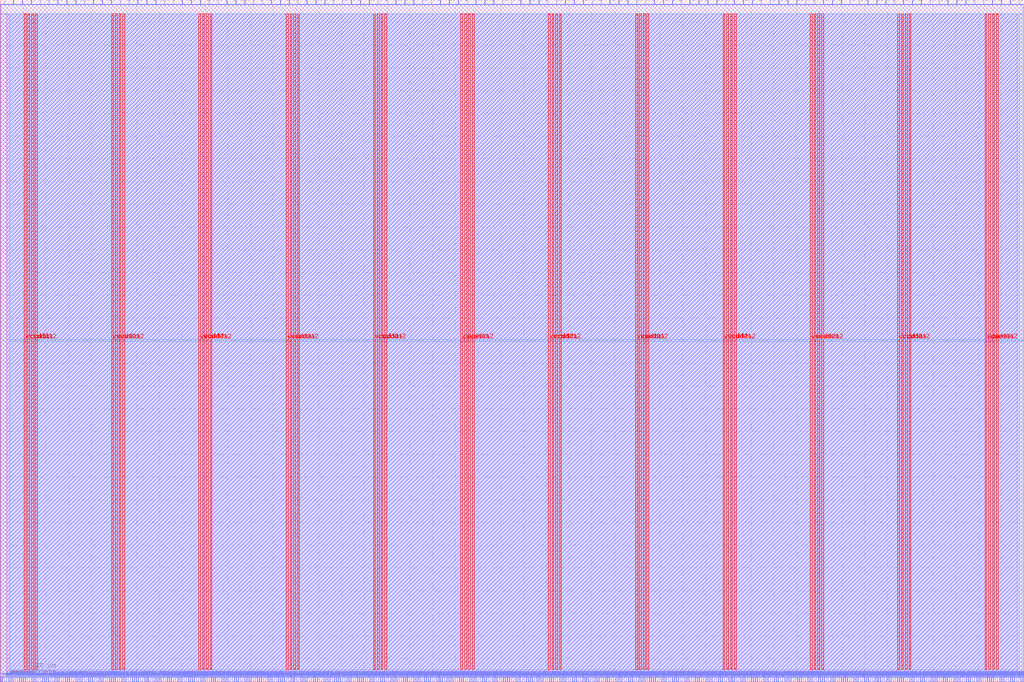
<source format=lef>
VERSION 5.7 ;
  NOWIREEXTENSIONATPIN ON ;
  DIVIDERCHAR "/" ;
  BUSBITCHARS "[]" ;
MACRO user_proj
  CLASS BLOCK ;
  FOREIGN user_proj ;
  ORIGIN 0.000 0.000 ;
  SIZE 900.000 BY 600.000 ;
  PIN io_in[0]
    DIRECTION INPUT ;
    USE SIGNAL ;
    PORT
      LAYER met2 ;
        RECT 3.770 596.000 4.050 600.000 ;
    END
  END io_in[0]
  PIN io_in[10]
    DIRECTION INPUT ;
    USE SIGNAL ;
    PORT
      LAYER met2 ;
        RECT 238.370 596.000 238.650 600.000 ;
    END
  END io_in[10]
  PIN io_in[11]
    DIRECTION INPUT ;
    USE SIGNAL ;
    PORT
      LAYER met2 ;
        RECT 261.830 596.000 262.110 600.000 ;
    END
  END io_in[11]
  PIN io_in[12]
    DIRECTION INPUT ;
    USE SIGNAL ;
    PORT
      LAYER met2 ;
        RECT 285.290 596.000 285.570 600.000 ;
    END
  END io_in[12]
  PIN io_in[13]
    DIRECTION INPUT ;
    USE SIGNAL ;
    PORT
      LAYER met2 ;
        RECT 308.750 596.000 309.030 600.000 ;
    END
  END io_in[13]
  PIN io_in[14]
    DIRECTION INPUT ;
    USE SIGNAL ;
    PORT
      LAYER met2 ;
        RECT 332.210 596.000 332.490 600.000 ;
    END
  END io_in[14]
  PIN io_in[15]
    DIRECTION INPUT ;
    USE SIGNAL ;
    PORT
      LAYER met2 ;
        RECT 355.670 596.000 355.950 600.000 ;
    END
  END io_in[15]
  PIN io_in[16]
    DIRECTION INPUT ;
    USE SIGNAL ;
    PORT
      LAYER met2 ;
        RECT 379.130 596.000 379.410 600.000 ;
    END
  END io_in[16]
  PIN io_in[17]
    DIRECTION INPUT ;
    USE SIGNAL ;
    PORT
      LAYER met2 ;
        RECT 402.590 596.000 402.870 600.000 ;
    END
  END io_in[17]
  PIN io_in[18]
    DIRECTION INPUT ;
    USE SIGNAL ;
    PORT
      LAYER met2 ;
        RECT 426.050 596.000 426.330 600.000 ;
    END
  END io_in[18]
  PIN io_in[19]
    DIRECTION INPUT ;
    USE SIGNAL ;
    PORT
      LAYER met2 ;
        RECT 449.510 596.000 449.790 600.000 ;
    END
  END io_in[19]
  PIN io_in[1]
    DIRECTION INPUT ;
    USE SIGNAL ;
    PORT
      LAYER met2 ;
        RECT 27.230 596.000 27.510 600.000 ;
    END
  END io_in[1]
  PIN io_in[20]
    DIRECTION INPUT ;
    USE SIGNAL ;
    PORT
      LAYER met2 ;
        RECT 473.430 596.000 473.710 600.000 ;
    END
  END io_in[20]
  PIN io_in[21]
    DIRECTION INPUT ;
    USE SIGNAL ;
    PORT
      LAYER met2 ;
        RECT 496.890 596.000 497.170 600.000 ;
    END
  END io_in[21]
  PIN io_in[22]
    DIRECTION INPUT ;
    USE SIGNAL ;
    PORT
      LAYER met2 ;
        RECT 520.350 596.000 520.630 600.000 ;
    END
  END io_in[22]
  PIN io_in[23]
    DIRECTION INPUT ;
    USE SIGNAL ;
    PORT
      LAYER met2 ;
        RECT 543.810 596.000 544.090 600.000 ;
    END
  END io_in[23]
  PIN io_in[24]
    DIRECTION INPUT ;
    USE SIGNAL ;
    PORT
      LAYER met2 ;
        RECT 567.270 596.000 567.550 600.000 ;
    END
  END io_in[24]
  PIN io_in[25]
    DIRECTION INPUT ;
    USE SIGNAL ;
    PORT
      LAYER met2 ;
        RECT 590.730 596.000 591.010 600.000 ;
    END
  END io_in[25]
  PIN io_in[26]
    DIRECTION INPUT ;
    USE SIGNAL ;
    PORT
      LAYER met2 ;
        RECT 614.190 596.000 614.470 600.000 ;
    END
  END io_in[26]
  PIN io_in[27]
    DIRECTION INPUT ;
    USE SIGNAL ;
    PORT
      LAYER met2 ;
        RECT 637.650 596.000 637.930 600.000 ;
    END
  END io_in[27]
  PIN io_in[28]
    DIRECTION INPUT ;
    USE SIGNAL ;
    PORT
      LAYER met2 ;
        RECT 661.110 596.000 661.390 600.000 ;
    END
  END io_in[28]
  PIN io_in[29]
    DIRECTION INPUT ;
    USE SIGNAL ;
    PORT
      LAYER met2 ;
        RECT 684.570 596.000 684.850 600.000 ;
    END
  END io_in[29]
  PIN io_in[2]
    DIRECTION INPUT ;
    USE SIGNAL ;
    PORT
      LAYER met2 ;
        RECT 50.690 596.000 50.970 600.000 ;
    END
  END io_in[2]
  PIN io_in[30]
    DIRECTION INPUT ;
    USE SIGNAL ;
    PORT
      LAYER met2 ;
        RECT 708.030 596.000 708.310 600.000 ;
    END
  END io_in[30]
  PIN io_in[31]
    DIRECTION INPUT ;
    USE SIGNAL ;
    PORT
      LAYER met2 ;
        RECT 731.490 596.000 731.770 600.000 ;
    END
  END io_in[31]
  PIN io_in[32]
    DIRECTION INPUT ;
    USE SIGNAL ;
    PORT
      LAYER met2 ;
        RECT 754.950 596.000 755.230 600.000 ;
    END
  END io_in[32]
  PIN io_in[33]
    DIRECTION INPUT ;
    USE SIGNAL ;
    PORT
      LAYER met2 ;
        RECT 778.410 596.000 778.690 600.000 ;
    END
  END io_in[33]
  PIN io_in[34]
    DIRECTION INPUT ;
    USE SIGNAL ;
    PORT
      LAYER met2 ;
        RECT 801.870 596.000 802.150 600.000 ;
    END
  END io_in[34]
  PIN io_in[35]
    DIRECTION INPUT ;
    USE SIGNAL ;
    PORT
      LAYER met2 ;
        RECT 825.330 596.000 825.610 600.000 ;
    END
  END io_in[35]
  PIN io_in[36]
    DIRECTION INPUT ;
    USE SIGNAL ;
    PORT
      LAYER met2 ;
        RECT 848.790 596.000 849.070 600.000 ;
    END
  END io_in[36]
  PIN io_in[37]
    DIRECTION INPUT ;
    USE SIGNAL ;
    PORT
      LAYER met2 ;
        RECT 872.250 596.000 872.530 600.000 ;
    END
  END io_in[37]
  PIN io_in[3]
    DIRECTION INPUT ;
    USE SIGNAL ;
    PORT
      LAYER met2 ;
        RECT 74.150 596.000 74.430 600.000 ;
    END
  END io_in[3]
  PIN io_in[4]
    DIRECTION INPUT ;
    USE SIGNAL ;
    PORT
      LAYER met2 ;
        RECT 97.610 596.000 97.890 600.000 ;
    END
  END io_in[4]
  PIN io_in[5]
    DIRECTION INPUT ;
    USE SIGNAL ;
    PORT
      LAYER met2 ;
        RECT 121.070 596.000 121.350 600.000 ;
    END
  END io_in[5]
  PIN io_in[6]
    DIRECTION INPUT ;
    USE SIGNAL ;
    PORT
      LAYER met2 ;
        RECT 144.530 596.000 144.810 600.000 ;
    END
  END io_in[6]
  PIN io_in[7]
    DIRECTION INPUT ;
    USE SIGNAL ;
    PORT
      LAYER met2 ;
        RECT 167.990 596.000 168.270 600.000 ;
    END
  END io_in[7]
  PIN io_in[8]
    DIRECTION INPUT ;
    USE SIGNAL ;
    PORT
      LAYER met2 ;
        RECT 191.450 596.000 191.730 600.000 ;
    END
  END io_in[8]
  PIN io_in[9]
    DIRECTION INPUT ;
    USE SIGNAL ;
    PORT
      LAYER met2 ;
        RECT 214.910 596.000 215.190 600.000 ;
    END
  END io_in[9]
  PIN io_oeb[0]
    DIRECTION OUTPUT TRISTATE ;
    USE SIGNAL ;
    PORT
      LAYER met2 ;
        RECT 11.590 596.000 11.870 600.000 ;
    END
  END io_oeb[0]
  PIN io_oeb[10]
    DIRECTION OUTPUT TRISTATE ;
    USE SIGNAL ;
    PORT
      LAYER met2 ;
        RECT 246.190 596.000 246.470 600.000 ;
    END
  END io_oeb[10]
  PIN io_oeb[11]
    DIRECTION OUTPUT TRISTATE ;
    USE SIGNAL ;
    PORT
      LAYER met2 ;
        RECT 269.650 596.000 269.930 600.000 ;
    END
  END io_oeb[11]
  PIN io_oeb[12]
    DIRECTION OUTPUT TRISTATE ;
    USE SIGNAL ;
    PORT
      LAYER met2 ;
        RECT 293.110 596.000 293.390 600.000 ;
    END
  END io_oeb[12]
  PIN io_oeb[13]
    DIRECTION OUTPUT TRISTATE ;
    USE SIGNAL ;
    PORT
      LAYER met2 ;
        RECT 316.570 596.000 316.850 600.000 ;
    END
  END io_oeb[13]
  PIN io_oeb[14]
    DIRECTION OUTPUT TRISTATE ;
    USE SIGNAL ;
    PORT
      LAYER met2 ;
        RECT 340.030 596.000 340.310 600.000 ;
    END
  END io_oeb[14]
  PIN io_oeb[15]
    DIRECTION OUTPUT TRISTATE ;
    USE SIGNAL ;
    PORT
      LAYER met2 ;
        RECT 363.490 596.000 363.770 600.000 ;
    END
  END io_oeb[15]
  PIN io_oeb[16]
    DIRECTION OUTPUT TRISTATE ;
    USE SIGNAL ;
    PORT
      LAYER met2 ;
        RECT 386.950 596.000 387.230 600.000 ;
    END
  END io_oeb[16]
  PIN io_oeb[17]
    DIRECTION OUTPUT TRISTATE ;
    USE SIGNAL ;
    PORT
      LAYER met2 ;
        RECT 410.410 596.000 410.690 600.000 ;
    END
  END io_oeb[17]
  PIN io_oeb[18]
    DIRECTION OUTPUT TRISTATE ;
    USE SIGNAL ;
    PORT
      LAYER met2 ;
        RECT 433.870 596.000 434.150 600.000 ;
    END
  END io_oeb[18]
  PIN io_oeb[19]
    DIRECTION OUTPUT TRISTATE ;
    USE SIGNAL ;
    PORT
      LAYER met2 ;
        RECT 457.790 596.000 458.070 600.000 ;
    END
  END io_oeb[19]
  PIN io_oeb[1]
    DIRECTION OUTPUT TRISTATE ;
    USE SIGNAL ;
    PORT
      LAYER met2 ;
        RECT 35.050 596.000 35.330 600.000 ;
    END
  END io_oeb[1]
  PIN io_oeb[20]
    DIRECTION OUTPUT TRISTATE ;
    USE SIGNAL ;
    PORT
      LAYER met2 ;
        RECT 481.250 596.000 481.530 600.000 ;
    END
  END io_oeb[20]
  PIN io_oeb[21]
    DIRECTION OUTPUT TRISTATE ;
    USE SIGNAL ;
    PORT
      LAYER met2 ;
        RECT 504.710 596.000 504.990 600.000 ;
    END
  END io_oeb[21]
  PIN io_oeb[22]
    DIRECTION OUTPUT TRISTATE ;
    USE SIGNAL ;
    PORT
      LAYER met2 ;
        RECT 528.170 596.000 528.450 600.000 ;
    END
  END io_oeb[22]
  PIN io_oeb[23]
    DIRECTION OUTPUT TRISTATE ;
    USE SIGNAL ;
    PORT
      LAYER met2 ;
        RECT 551.630 596.000 551.910 600.000 ;
    END
  END io_oeb[23]
  PIN io_oeb[24]
    DIRECTION OUTPUT TRISTATE ;
    USE SIGNAL ;
    PORT
      LAYER met2 ;
        RECT 575.090 596.000 575.370 600.000 ;
    END
  END io_oeb[24]
  PIN io_oeb[25]
    DIRECTION OUTPUT TRISTATE ;
    USE SIGNAL ;
    PORT
      LAYER met2 ;
        RECT 598.550 596.000 598.830 600.000 ;
    END
  END io_oeb[25]
  PIN io_oeb[26]
    DIRECTION OUTPUT TRISTATE ;
    USE SIGNAL ;
    PORT
      LAYER met2 ;
        RECT 622.010 596.000 622.290 600.000 ;
    END
  END io_oeb[26]
  PIN io_oeb[27]
    DIRECTION OUTPUT TRISTATE ;
    USE SIGNAL ;
    PORT
      LAYER met2 ;
        RECT 645.470 596.000 645.750 600.000 ;
    END
  END io_oeb[27]
  PIN io_oeb[28]
    DIRECTION OUTPUT TRISTATE ;
    USE SIGNAL ;
    PORT
      LAYER met2 ;
        RECT 668.930 596.000 669.210 600.000 ;
    END
  END io_oeb[28]
  PIN io_oeb[29]
    DIRECTION OUTPUT TRISTATE ;
    USE SIGNAL ;
    PORT
      LAYER met2 ;
        RECT 692.390 596.000 692.670 600.000 ;
    END
  END io_oeb[29]
  PIN io_oeb[2]
    DIRECTION OUTPUT TRISTATE ;
    USE SIGNAL ;
    PORT
      LAYER met2 ;
        RECT 58.510 596.000 58.790 600.000 ;
    END
  END io_oeb[2]
  PIN io_oeb[30]
    DIRECTION OUTPUT TRISTATE ;
    USE SIGNAL ;
    PORT
      LAYER met2 ;
        RECT 715.850 596.000 716.130 600.000 ;
    END
  END io_oeb[30]
  PIN io_oeb[31]
    DIRECTION OUTPUT TRISTATE ;
    USE SIGNAL ;
    PORT
      LAYER met2 ;
        RECT 739.310 596.000 739.590 600.000 ;
    END
  END io_oeb[31]
  PIN io_oeb[32]
    DIRECTION OUTPUT TRISTATE ;
    USE SIGNAL ;
    PORT
      LAYER met2 ;
        RECT 762.770 596.000 763.050 600.000 ;
    END
  END io_oeb[32]
  PIN io_oeb[33]
    DIRECTION OUTPUT TRISTATE ;
    USE SIGNAL ;
    PORT
      LAYER met2 ;
        RECT 786.230 596.000 786.510 600.000 ;
    END
  END io_oeb[33]
  PIN io_oeb[34]
    DIRECTION OUTPUT TRISTATE ;
    USE SIGNAL ;
    PORT
      LAYER met2 ;
        RECT 809.690 596.000 809.970 600.000 ;
    END
  END io_oeb[34]
  PIN io_oeb[35]
    DIRECTION OUTPUT TRISTATE ;
    USE SIGNAL ;
    PORT
      LAYER met2 ;
        RECT 833.150 596.000 833.430 600.000 ;
    END
  END io_oeb[35]
  PIN io_oeb[36]
    DIRECTION OUTPUT TRISTATE ;
    USE SIGNAL ;
    PORT
      LAYER met2 ;
        RECT 856.610 596.000 856.890 600.000 ;
    END
  END io_oeb[36]
  PIN io_oeb[37]
    DIRECTION OUTPUT TRISTATE ;
    USE SIGNAL ;
    PORT
      LAYER met2 ;
        RECT 880.070 596.000 880.350 600.000 ;
    END
  END io_oeb[37]
  PIN io_oeb[3]
    DIRECTION OUTPUT TRISTATE ;
    USE SIGNAL ;
    PORT
      LAYER met2 ;
        RECT 81.970 596.000 82.250 600.000 ;
    END
  END io_oeb[3]
  PIN io_oeb[4]
    DIRECTION OUTPUT TRISTATE ;
    USE SIGNAL ;
    PORT
      LAYER met2 ;
        RECT 105.430 596.000 105.710 600.000 ;
    END
  END io_oeb[4]
  PIN io_oeb[5]
    DIRECTION OUTPUT TRISTATE ;
    USE SIGNAL ;
    PORT
      LAYER met2 ;
        RECT 128.890 596.000 129.170 600.000 ;
    END
  END io_oeb[5]
  PIN io_oeb[6]
    DIRECTION OUTPUT TRISTATE ;
    USE SIGNAL ;
    PORT
      LAYER met2 ;
        RECT 152.350 596.000 152.630 600.000 ;
    END
  END io_oeb[6]
  PIN io_oeb[7]
    DIRECTION OUTPUT TRISTATE ;
    USE SIGNAL ;
    PORT
      LAYER met2 ;
        RECT 175.810 596.000 176.090 600.000 ;
    END
  END io_oeb[7]
  PIN io_oeb[8]
    DIRECTION OUTPUT TRISTATE ;
    USE SIGNAL ;
    PORT
      LAYER met2 ;
        RECT 199.270 596.000 199.550 600.000 ;
    END
  END io_oeb[8]
  PIN io_oeb[9]
    DIRECTION OUTPUT TRISTATE ;
    USE SIGNAL ;
    PORT
      LAYER met2 ;
        RECT 222.730 596.000 223.010 600.000 ;
    END
  END io_oeb[9]
  PIN io_out[0]
    DIRECTION OUTPUT TRISTATE ;
    USE SIGNAL ;
    PORT
      LAYER met2 ;
        RECT 19.410 596.000 19.690 600.000 ;
    END
  END io_out[0]
  PIN io_out[10]
    DIRECTION OUTPUT TRISTATE ;
    USE SIGNAL ;
    PORT
      LAYER met2 ;
        RECT 254.010 596.000 254.290 600.000 ;
    END
  END io_out[10]
  PIN io_out[11]
    DIRECTION OUTPUT TRISTATE ;
    USE SIGNAL ;
    PORT
      LAYER met2 ;
        RECT 277.470 596.000 277.750 600.000 ;
    END
  END io_out[11]
  PIN io_out[12]
    DIRECTION OUTPUT TRISTATE ;
    USE SIGNAL ;
    PORT
      LAYER met2 ;
        RECT 300.930 596.000 301.210 600.000 ;
    END
  END io_out[12]
  PIN io_out[13]
    DIRECTION OUTPUT TRISTATE ;
    USE SIGNAL ;
    PORT
      LAYER met2 ;
        RECT 324.390 596.000 324.670 600.000 ;
    END
  END io_out[13]
  PIN io_out[14]
    DIRECTION OUTPUT TRISTATE ;
    USE SIGNAL ;
    PORT
      LAYER met2 ;
        RECT 347.850 596.000 348.130 600.000 ;
    END
  END io_out[14]
  PIN io_out[15]
    DIRECTION OUTPUT TRISTATE ;
    USE SIGNAL ;
    PORT
      LAYER met2 ;
        RECT 371.310 596.000 371.590 600.000 ;
    END
  END io_out[15]
  PIN io_out[16]
    DIRECTION OUTPUT TRISTATE ;
    USE SIGNAL ;
    PORT
      LAYER met2 ;
        RECT 394.770 596.000 395.050 600.000 ;
    END
  END io_out[16]
  PIN io_out[17]
    DIRECTION OUTPUT TRISTATE ;
    USE SIGNAL ;
    PORT
      LAYER met2 ;
        RECT 418.230 596.000 418.510 600.000 ;
    END
  END io_out[17]
  PIN io_out[18]
    DIRECTION OUTPUT TRISTATE ;
    USE SIGNAL ;
    PORT
      LAYER met2 ;
        RECT 441.690 596.000 441.970 600.000 ;
    END
  END io_out[18]
  PIN io_out[19]
    DIRECTION OUTPUT TRISTATE ;
    USE SIGNAL ;
    PORT
      LAYER met2 ;
        RECT 465.610 596.000 465.890 600.000 ;
    END
  END io_out[19]
  PIN io_out[1]
    DIRECTION OUTPUT TRISTATE ;
    USE SIGNAL ;
    PORT
      LAYER met2 ;
        RECT 42.870 596.000 43.150 600.000 ;
    END
  END io_out[1]
  PIN io_out[20]
    DIRECTION OUTPUT TRISTATE ;
    USE SIGNAL ;
    PORT
      LAYER met2 ;
        RECT 489.070 596.000 489.350 600.000 ;
    END
  END io_out[20]
  PIN io_out[21]
    DIRECTION OUTPUT TRISTATE ;
    USE SIGNAL ;
    PORT
      LAYER met2 ;
        RECT 512.530 596.000 512.810 600.000 ;
    END
  END io_out[21]
  PIN io_out[22]
    DIRECTION OUTPUT TRISTATE ;
    USE SIGNAL ;
    PORT
      LAYER met2 ;
        RECT 535.990 596.000 536.270 600.000 ;
    END
  END io_out[22]
  PIN io_out[23]
    DIRECTION OUTPUT TRISTATE ;
    USE SIGNAL ;
    PORT
      LAYER met2 ;
        RECT 559.450 596.000 559.730 600.000 ;
    END
  END io_out[23]
  PIN io_out[24]
    DIRECTION OUTPUT TRISTATE ;
    USE SIGNAL ;
    PORT
      LAYER met2 ;
        RECT 582.910 596.000 583.190 600.000 ;
    END
  END io_out[24]
  PIN io_out[25]
    DIRECTION OUTPUT TRISTATE ;
    USE SIGNAL ;
    PORT
      LAYER met2 ;
        RECT 606.370 596.000 606.650 600.000 ;
    END
  END io_out[25]
  PIN io_out[26]
    DIRECTION OUTPUT TRISTATE ;
    USE SIGNAL ;
    PORT
      LAYER met2 ;
        RECT 629.830 596.000 630.110 600.000 ;
    END
  END io_out[26]
  PIN io_out[27]
    DIRECTION OUTPUT TRISTATE ;
    USE SIGNAL ;
    PORT
      LAYER met2 ;
        RECT 653.290 596.000 653.570 600.000 ;
    END
  END io_out[27]
  PIN io_out[28]
    DIRECTION OUTPUT TRISTATE ;
    USE SIGNAL ;
    PORT
      LAYER met2 ;
        RECT 676.750 596.000 677.030 600.000 ;
    END
  END io_out[28]
  PIN io_out[29]
    DIRECTION OUTPUT TRISTATE ;
    USE SIGNAL ;
    PORT
      LAYER met2 ;
        RECT 700.210 596.000 700.490 600.000 ;
    END
  END io_out[29]
  PIN io_out[2]
    DIRECTION OUTPUT TRISTATE ;
    USE SIGNAL ;
    PORT
      LAYER met2 ;
        RECT 66.330 596.000 66.610 600.000 ;
    END
  END io_out[2]
  PIN io_out[30]
    DIRECTION OUTPUT TRISTATE ;
    USE SIGNAL ;
    PORT
      LAYER met2 ;
        RECT 723.670 596.000 723.950 600.000 ;
    END
  END io_out[30]
  PIN io_out[31]
    DIRECTION OUTPUT TRISTATE ;
    USE SIGNAL ;
    PORT
      LAYER met2 ;
        RECT 747.130 596.000 747.410 600.000 ;
    END
  END io_out[31]
  PIN io_out[32]
    DIRECTION OUTPUT TRISTATE ;
    USE SIGNAL ;
    PORT
      LAYER met2 ;
        RECT 770.590 596.000 770.870 600.000 ;
    END
  END io_out[32]
  PIN io_out[33]
    DIRECTION OUTPUT TRISTATE ;
    USE SIGNAL ;
    PORT
      LAYER met2 ;
        RECT 794.050 596.000 794.330 600.000 ;
    END
  END io_out[33]
  PIN io_out[34]
    DIRECTION OUTPUT TRISTATE ;
    USE SIGNAL ;
    PORT
      LAYER met2 ;
        RECT 817.510 596.000 817.790 600.000 ;
    END
  END io_out[34]
  PIN io_out[35]
    DIRECTION OUTPUT TRISTATE ;
    USE SIGNAL ;
    PORT
      LAYER met2 ;
        RECT 840.970 596.000 841.250 600.000 ;
    END
  END io_out[35]
  PIN io_out[36]
    DIRECTION OUTPUT TRISTATE ;
    USE SIGNAL ;
    PORT
      LAYER met2 ;
        RECT 864.430 596.000 864.710 600.000 ;
    END
  END io_out[36]
  PIN io_out[37]
    DIRECTION OUTPUT TRISTATE ;
    USE SIGNAL ;
    PORT
      LAYER met2 ;
        RECT 887.890 596.000 888.170 600.000 ;
    END
  END io_out[37]
  PIN io_out[3]
    DIRECTION OUTPUT TRISTATE ;
    USE SIGNAL ;
    PORT
      LAYER met2 ;
        RECT 89.790 596.000 90.070 600.000 ;
    END
  END io_out[3]
  PIN io_out[4]
    DIRECTION OUTPUT TRISTATE ;
    USE SIGNAL ;
    PORT
      LAYER met2 ;
        RECT 113.250 596.000 113.530 600.000 ;
    END
  END io_out[4]
  PIN io_out[5]
    DIRECTION OUTPUT TRISTATE ;
    USE SIGNAL ;
    PORT
      LAYER met2 ;
        RECT 136.710 596.000 136.990 600.000 ;
    END
  END io_out[5]
  PIN io_out[6]
    DIRECTION OUTPUT TRISTATE ;
    USE SIGNAL ;
    PORT
      LAYER met2 ;
        RECT 160.170 596.000 160.450 600.000 ;
    END
  END io_out[6]
  PIN io_out[7]
    DIRECTION OUTPUT TRISTATE ;
    USE SIGNAL ;
    PORT
      LAYER met2 ;
        RECT 183.630 596.000 183.910 600.000 ;
    END
  END io_out[7]
  PIN io_out[8]
    DIRECTION OUTPUT TRISTATE ;
    USE SIGNAL ;
    PORT
      LAYER met2 ;
        RECT 207.090 596.000 207.370 600.000 ;
    END
  END io_out[8]
  PIN io_out[9]
    DIRECTION OUTPUT TRISTATE ;
    USE SIGNAL ;
    PORT
      LAYER met2 ;
        RECT 230.550 596.000 230.830 600.000 ;
    END
  END io_out[9]
  PIN irq[0]
    DIRECTION OUTPUT TRISTATE ;
    USE SIGNAL ;
    PORT
      LAYER met2 ;
        RECT 898.930 0.000 899.210 4.000 ;
    END
  END irq[0]
  PIN irq[1]
    DIRECTION OUTPUT TRISTATE ;
    USE SIGNAL ;
    PORT
      LAYER met3 ;
        RECT 896.000 299.920 900.000 300.520 ;
    END
  END irq[1]
  PIN irq[2]
    DIRECTION OUTPUT TRISTATE ;
    USE SIGNAL ;
    PORT
      LAYER met2 ;
        RECT 895.710 596.000 895.990 600.000 ;
    END
  END irq[2]
  PIN la_data_in[0]
    DIRECTION INPUT ;
    USE SIGNAL ;
    PORT
      LAYER met2 ;
        RECT 194.670 0.000 194.950 4.000 ;
    END
  END la_data_in[0]
  PIN la_data_in[100]
    DIRECTION INPUT ;
    USE SIGNAL ;
    PORT
      LAYER met2 ;
        RECT 744.830 0.000 745.110 4.000 ;
    END
  END la_data_in[100]
  PIN la_data_in[101]
    DIRECTION INPUT ;
    USE SIGNAL ;
    PORT
      LAYER met2 ;
        RECT 750.350 0.000 750.630 4.000 ;
    END
  END la_data_in[101]
  PIN la_data_in[102]
    DIRECTION INPUT ;
    USE SIGNAL ;
    PORT
      LAYER met2 ;
        RECT 755.870 0.000 756.150 4.000 ;
    END
  END la_data_in[102]
  PIN la_data_in[103]
    DIRECTION INPUT ;
    USE SIGNAL ;
    PORT
      LAYER met2 ;
        RECT 761.390 0.000 761.670 4.000 ;
    END
  END la_data_in[103]
  PIN la_data_in[104]
    DIRECTION INPUT ;
    USE SIGNAL ;
    PORT
      LAYER met2 ;
        RECT 766.910 0.000 767.190 4.000 ;
    END
  END la_data_in[104]
  PIN la_data_in[105]
    DIRECTION INPUT ;
    USE SIGNAL ;
    PORT
      LAYER met2 ;
        RECT 771.970 0.000 772.250 4.000 ;
    END
  END la_data_in[105]
  PIN la_data_in[106]
    DIRECTION INPUT ;
    USE SIGNAL ;
    PORT
      LAYER met2 ;
        RECT 777.490 0.000 777.770 4.000 ;
    END
  END la_data_in[106]
  PIN la_data_in[107]
    DIRECTION INPUT ;
    USE SIGNAL ;
    PORT
      LAYER met2 ;
        RECT 783.010 0.000 783.290 4.000 ;
    END
  END la_data_in[107]
  PIN la_data_in[108]
    DIRECTION INPUT ;
    USE SIGNAL ;
    PORT
      LAYER met2 ;
        RECT 788.530 0.000 788.810 4.000 ;
    END
  END la_data_in[108]
  PIN la_data_in[109]
    DIRECTION INPUT ;
    USE SIGNAL ;
    PORT
      LAYER met2 ;
        RECT 794.050 0.000 794.330 4.000 ;
    END
  END la_data_in[109]
  PIN la_data_in[10]
    DIRECTION INPUT ;
    USE SIGNAL ;
    PORT
      LAYER met2 ;
        RECT 249.870 0.000 250.150 4.000 ;
    END
  END la_data_in[10]
  PIN la_data_in[110]
    DIRECTION INPUT ;
    USE SIGNAL ;
    PORT
      LAYER met2 ;
        RECT 799.570 0.000 799.850 4.000 ;
    END
  END la_data_in[110]
  PIN la_data_in[111]
    DIRECTION INPUT ;
    USE SIGNAL ;
    PORT
      LAYER met2 ;
        RECT 805.090 0.000 805.370 4.000 ;
    END
  END la_data_in[111]
  PIN la_data_in[112]
    DIRECTION INPUT ;
    USE SIGNAL ;
    PORT
      LAYER met2 ;
        RECT 810.610 0.000 810.890 4.000 ;
    END
  END la_data_in[112]
  PIN la_data_in[113]
    DIRECTION INPUT ;
    USE SIGNAL ;
    PORT
      LAYER met2 ;
        RECT 816.130 0.000 816.410 4.000 ;
    END
  END la_data_in[113]
  PIN la_data_in[114]
    DIRECTION INPUT ;
    USE SIGNAL ;
    PORT
      LAYER met2 ;
        RECT 821.650 0.000 821.930 4.000 ;
    END
  END la_data_in[114]
  PIN la_data_in[115]
    DIRECTION INPUT ;
    USE SIGNAL ;
    PORT
      LAYER met2 ;
        RECT 827.170 0.000 827.450 4.000 ;
    END
  END la_data_in[115]
  PIN la_data_in[116]
    DIRECTION INPUT ;
    USE SIGNAL ;
    PORT
      LAYER met2 ;
        RECT 832.690 0.000 832.970 4.000 ;
    END
  END la_data_in[116]
  PIN la_data_in[117]
    DIRECTION INPUT ;
    USE SIGNAL ;
    PORT
      LAYER met2 ;
        RECT 838.210 0.000 838.490 4.000 ;
    END
  END la_data_in[117]
  PIN la_data_in[118]
    DIRECTION INPUT ;
    USE SIGNAL ;
    PORT
      LAYER met2 ;
        RECT 843.730 0.000 844.010 4.000 ;
    END
  END la_data_in[118]
  PIN la_data_in[119]
    DIRECTION INPUT ;
    USE SIGNAL ;
    PORT
      LAYER met2 ;
        RECT 849.250 0.000 849.530 4.000 ;
    END
  END la_data_in[119]
  PIN la_data_in[11]
    DIRECTION INPUT ;
    USE SIGNAL ;
    PORT
      LAYER met2 ;
        RECT 255.390 0.000 255.670 4.000 ;
    END
  END la_data_in[11]
  PIN la_data_in[120]
    DIRECTION INPUT ;
    USE SIGNAL ;
    PORT
      LAYER met2 ;
        RECT 854.770 0.000 855.050 4.000 ;
    END
  END la_data_in[120]
  PIN la_data_in[121]
    DIRECTION INPUT ;
    USE SIGNAL ;
    PORT
      LAYER met2 ;
        RECT 860.290 0.000 860.570 4.000 ;
    END
  END la_data_in[121]
  PIN la_data_in[122]
    DIRECTION INPUT ;
    USE SIGNAL ;
    PORT
      LAYER met2 ;
        RECT 865.810 0.000 866.090 4.000 ;
    END
  END la_data_in[122]
  PIN la_data_in[123]
    DIRECTION INPUT ;
    USE SIGNAL ;
    PORT
      LAYER met2 ;
        RECT 871.330 0.000 871.610 4.000 ;
    END
  END la_data_in[123]
  PIN la_data_in[124]
    DIRECTION INPUT ;
    USE SIGNAL ;
    PORT
      LAYER met2 ;
        RECT 876.850 0.000 877.130 4.000 ;
    END
  END la_data_in[124]
  PIN la_data_in[125]
    DIRECTION INPUT ;
    USE SIGNAL ;
    PORT
      LAYER met2 ;
        RECT 882.370 0.000 882.650 4.000 ;
    END
  END la_data_in[125]
  PIN la_data_in[126]
    DIRECTION INPUT ;
    USE SIGNAL ;
    PORT
      LAYER met2 ;
        RECT 887.890 0.000 888.170 4.000 ;
    END
  END la_data_in[126]
  PIN la_data_in[127]
    DIRECTION INPUT ;
    USE SIGNAL ;
    PORT
      LAYER met2 ;
        RECT 893.410 0.000 893.690 4.000 ;
    END
  END la_data_in[127]
  PIN la_data_in[12]
    DIRECTION INPUT ;
    USE SIGNAL ;
    PORT
      LAYER met2 ;
        RECT 260.450 0.000 260.730 4.000 ;
    END
  END la_data_in[12]
  PIN la_data_in[13]
    DIRECTION INPUT ;
    USE SIGNAL ;
    PORT
      LAYER met2 ;
        RECT 265.970 0.000 266.250 4.000 ;
    END
  END la_data_in[13]
  PIN la_data_in[14]
    DIRECTION INPUT ;
    USE SIGNAL ;
    PORT
      LAYER met2 ;
        RECT 271.490 0.000 271.770 4.000 ;
    END
  END la_data_in[14]
  PIN la_data_in[15]
    DIRECTION INPUT ;
    USE SIGNAL ;
    PORT
      LAYER met2 ;
        RECT 277.010 0.000 277.290 4.000 ;
    END
  END la_data_in[15]
  PIN la_data_in[16]
    DIRECTION INPUT ;
    USE SIGNAL ;
    PORT
      LAYER met2 ;
        RECT 282.530 0.000 282.810 4.000 ;
    END
  END la_data_in[16]
  PIN la_data_in[17]
    DIRECTION INPUT ;
    USE SIGNAL ;
    PORT
      LAYER met2 ;
        RECT 288.050 0.000 288.330 4.000 ;
    END
  END la_data_in[17]
  PIN la_data_in[18]
    DIRECTION INPUT ;
    USE SIGNAL ;
    PORT
      LAYER met2 ;
        RECT 293.570 0.000 293.850 4.000 ;
    END
  END la_data_in[18]
  PIN la_data_in[19]
    DIRECTION INPUT ;
    USE SIGNAL ;
    PORT
      LAYER met2 ;
        RECT 299.090 0.000 299.370 4.000 ;
    END
  END la_data_in[19]
  PIN la_data_in[1]
    DIRECTION INPUT ;
    USE SIGNAL ;
    PORT
      LAYER met2 ;
        RECT 200.190 0.000 200.470 4.000 ;
    END
  END la_data_in[1]
  PIN la_data_in[20]
    DIRECTION INPUT ;
    USE SIGNAL ;
    PORT
      LAYER met2 ;
        RECT 304.610 0.000 304.890 4.000 ;
    END
  END la_data_in[20]
  PIN la_data_in[21]
    DIRECTION INPUT ;
    USE SIGNAL ;
    PORT
      LAYER met2 ;
        RECT 310.130 0.000 310.410 4.000 ;
    END
  END la_data_in[21]
  PIN la_data_in[22]
    DIRECTION INPUT ;
    USE SIGNAL ;
    PORT
      LAYER met2 ;
        RECT 315.650 0.000 315.930 4.000 ;
    END
  END la_data_in[22]
  PIN la_data_in[23]
    DIRECTION INPUT ;
    USE SIGNAL ;
    PORT
      LAYER met2 ;
        RECT 321.170 0.000 321.450 4.000 ;
    END
  END la_data_in[23]
  PIN la_data_in[24]
    DIRECTION INPUT ;
    USE SIGNAL ;
    PORT
      LAYER met2 ;
        RECT 326.690 0.000 326.970 4.000 ;
    END
  END la_data_in[24]
  PIN la_data_in[25]
    DIRECTION INPUT ;
    USE SIGNAL ;
    PORT
      LAYER met2 ;
        RECT 332.210 0.000 332.490 4.000 ;
    END
  END la_data_in[25]
  PIN la_data_in[26]
    DIRECTION INPUT ;
    USE SIGNAL ;
    PORT
      LAYER met2 ;
        RECT 337.730 0.000 338.010 4.000 ;
    END
  END la_data_in[26]
  PIN la_data_in[27]
    DIRECTION INPUT ;
    USE SIGNAL ;
    PORT
      LAYER met2 ;
        RECT 343.250 0.000 343.530 4.000 ;
    END
  END la_data_in[27]
  PIN la_data_in[28]
    DIRECTION INPUT ;
    USE SIGNAL ;
    PORT
      LAYER met2 ;
        RECT 348.770 0.000 349.050 4.000 ;
    END
  END la_data_in[28]
  PIN la_data_in[29]
    DIRECTION INPUT ;
    USE SIGNAL ;
    PORT
      LAYER met2 ;
        RECT 354.290 0.000 354.570 4.000 ;
    END
  END la_data_in[29]
  PIN la_data_in[2]
    DIRECTION INPUT ;
    USE SIGNAL ;
    PORT
      LAYER met2 ;
        RECT 205.710 0.000 205.990 4.000 ;
    END
  END la_data_in[2]
  PIN la_data_in[30]
    DIRECTION INPUT ;
    USE SIGNAL ;
    PORT
      LAYER met2 ;
        RECT 359.810 0.000 360.090 4.000 ;
    END
  END la_data_in[30]
  PIN la_data_in[31]
    DIRECTION INPUT ;
    USE SIGNAL ;
    PORT
      LAYER met2 ;
        RECT 365.330 0.000 365.610 4.000 ;
    END
  END la_data_in[31]
  PIN la_data_in[32]
    DIRECTION INPUT ;
    USE SIGNAL ;
    PORT
      LAYER met2 ;
        RECT 370.850 0.000 371.130 4.000 ;
    END
  END la_data_in[32]
  PIN la_data_in[33]
    DIRECTION INPUT ;
    USE SIGNAL ;
    PORT
      LAYER met2 ;
        RECT 376.370 0.000 376.650 4.000 ;
    END
  END la_data_in[33]
  PIN la_data_in[34]
    DIRECTION INPUT ;
    USE SIGNAL ;
    PORT
      LAYER met2 ;
        RECT 381.890 0.000 382.170 4.000 ;
    END
  END la_data_in[34]
  PIN la_data_in[35]
    DIRECTION INPUT ;
    USE SIGNAL ;
    PORT
      LAYER met2 ;
        RECT 386.950 0.000 387.230 4.000 ;
    END
  END la_data_in[35]
  PIN la_data_in[36]
    DIRECTION INPUT ;
    USE SIGNAL ;
    PORT
      LAYER met2 ;
        RECT 392.470 0.000 392.750 4.000 ;
    END
  END la_data_in[36]
  PIN la_data_in[37]
    DIRECTION INPUT ;
    USE SIGNAL ;
    PORT
      LAYER met2 ;
        RECT 397.990 0.000 398.270 4.000 ;
    END
  END la_data_in[37]
  PIN la_data_in[38]
    DIRECTION INPUT ;
    USE SIGNAL ;
    PORT
      LAYER met2 ;
        RECT 403.510 0.000 403.790 4.000 ;
    END
  END la_data_in[38]
  PIN la_data_in[39]
    DIRECTION INPUT ;
    USE SIGNAL ;
    PORT
      LAYER met2 ;
        RECT 409.030 0.000 409.310 4.000 ;
    END
  END la_data_in[39]
  PIN la_data_in[3]
    DIRECTION INPUT ;
    USE SIGNAL ;
    PORT
      LAYER met2 ;
        RECT 211.230 0.000 211.510 4.000 ;
    END
  END la_data_in[3]
  PIN la_data_in[40]
    DIRECTION INPUT ;
    USE SIGNAL ;
    PORT
      LAYER met2 ;
        RECT 414.550 0.000 414.830 4.000 ;
    END
  END la_data_in[40]
  PIN la_data_in[41]
    DIRECTION INPUT ;
    USE SIGNAL ;
    PORT
      LAYER met2 ;
        RECT 420.070 0.000 420.350 4.000 ;
    END
  END la_data_in[41]
  PIN la_data_in[42]
    DIRECTION INPUT ;
    USE SIGNAL ;
    PORT
      LAYER met2 ;
        RECT 425.590 0.000 425.870 4.000 ;
    END
  END la_data_in[42]
  PIN la_data_in[43]
    DIRECTION INPUT ;
    USE SIGNAL ;
    PORT
      LAYER met2 ;
        RECT 431.110 0.000 431.390 4.000 ;
    END
  END la_data_in[43]
  PIN la_data_in[44]
    DIRECTION INPUT ;
    USE SIGNAL ;
    PORT
      LAYER met2 ;
        RECT 436.630 0.000 436.910 4.000 ;
    END
  END la_data_in[44]
  PIN la_data_in[45]
    DIRECTION INPUT ;
    USE SIGNAL ;
    PORT
      LAYER met2 ;
        RECT 442.150 0.000 442.430 4.000 ;
    END
  END la_data_in[45]
  PIN la_data_in[46]
    DIRECTION INPUT ;
    USE SIGNAL ;
    PORT
      LAYER met2 ;
        RECT 447.670 0.000 447.950 4.000 ;
    END
  END la_data_in[46]
  PIN la_data_in[47]
    DIRECTION INPUT ;
    USE SIGNAL ;
    PORT
      LAYER met2 ;
        RECT 453.190 0.000 453.470 4.000 ;
    END
  END la_data_in[47]
  PIN la_data_in[48]
    DIRECTION INPUT ;
    USE SIGNAL ;
    PORT
      LAYER met2 ;
        RECT 458.710 0.000 458.990 4.000 ;
    END
  END la_data_in[48]
  PIN la_data_in[49]
    DIRECTION INPUT ;
    USE SIGNAL ;
    PORT
      LAYER met2 ;
        RECT 464.230 0.000 464.510 4.000 ;
    END
  END la_data_in[49]
  PIN la_data_in[4]
    DIRECTION INPUT ;
    USE SIGNAL ;
    PORT
      LAYER met2 ;
        RECT 216.750 0.000 217.030 4.000 ;
    END
  END la_data_in[4]
  PIN la_data_in[50]
    DIRECTION INPUT ;
    USE SIGNAL ;
    PORT
      LAYER met2 ;
        RECT 469.750 0.000 470.030 4.000 ;
    END
  END la_data_in[50]
  PIN la_data_in[51]
    DIRECTION INPUT ;
    USE SIGNAL ;
    PORT
      LAYER met2 ;
        RECT 475.270 0.000 475.550 4.000 ;
    END
  END la_data_in[51]
  PIN la_data_in[52]
    DIRECTION INPUT ;
    USE SIGNAL ;
    PORT
      LAYER met2 ;
        RECT 480.790 0.000 481.070 4.000 ;
    END
  END la_data_in[52]
  PIN la_data_in[53]
    DIRECTION INPUT ;
    USE SIGNAL ;
    PORT
      LAYER met2 ;
        RECT 486.310 0.000 486.590 4.000 ;
    END
  END la_data_in[53]
  PIN la_data_in[54]
    DIRECTION INPUT ;
    USE SIGNAL ;
    PORT
      LAYER met2 ;
        RECT 491.830 0.000 492.110 4.000 ;
    END
  END la_data_in[54]
  PIN la_data_in[55]
    DIRECTION INPUT ;
    USE SIGNAL ;
    PORT
      LAYER met2 ;
        RECT 497.350 0.000 497.630 4.000 ;
    END
  END la_data_in[55]
  PIN la_data_in[56]
    DIRECTION INPUT ;
    USE SIGNAL ;
    PORT
      LAYER met2 ;
        RECT 502.870 0.000 503.150 4.000 ;
    END
  END la_data_in[56]
  PIN la_data_in[57]
    DIRECTION INPUT ;
    USE SIGNAL ;
    PORT
      LAYER met2 ;
        RECT 508.390 0.000 508.670 4.000 ;
    END
  END la_data_in[57]
  PIN la_data_in[58]
    DIRECTION INPUT ;
    USE SIGNAL ;
    PORT
      LAYER met2 ;
        RECT 513.910 0.000 514.190 4.000 ;
    END
  END la_data_in[58]
  PIN la_data_in[59]
    DIRECTION INPUT ;
    USE SIGNAL ;
    PORT
      LAYER met2 ;
        RECT 518.970 0.000 519.250 4.000 ;
    END
  END la_data_in[59]
  PIN la_data_in[5]
    DIRECTION INPUT ;
    USE SIGNAL ;
    PORT
      LAYER met2 ;
        RECT 222.270 0.000 222.550 4.000 ;
    END
  END la_data_in[5]
  PIN la_data_in[60]
    DIRECTION INPUT ;
    USE SIGNAL ;
    PORT
      LAYER met2 ;
        RECT 524.490 0.000 524.770 4.000 ;
    END
  END la_data_in[60]
  PIN la_data_in[61]
    DIRECTION INPUT ;
    USE SIGNAL ;
    PORT
      LAYER met2 ;
        RECT 530.010 0.000 530.290 4.000 ;
    END
  END la_data_in[61]
  PIN la_data_in[62]
    DIRECTION INPUT ;
    USE SIGNAL ;
    PORT
      LAYER met2 ;
        RECT 535.530 0.000 535.810 4.000 ;
    END
  END la_data_in[62]
  PIN la_data_in[63]
    DIRECTION INPUT ;
    USE SIGNAL ;
    PORT
      LAYER met2 ;
        RECT 541.050 0.000 541.330 4.000 ;
    END
  END la_data_in[63]
  PIN la_data_in[64]
    DIRECTION INPUT ;
    USE SIGNAL ;
    PORT
      LAYER met2 ;
        RECT 546.570 0.000 546.850 4.000 ;
    END
  END la_data_in[64]
  PIN la_data_in[65]
    DIRECTION INPUT ;
    USE SIGNAL ;
    PORT
      LAYER met2 ;
        RECT 552.090 0.000 552.370 4.000 ;
    END
  END la_data_in[65]
  PIN la_data_in[66]
    DIRECTION INPUT ;
    USE SIGNAL ;
    PORT
      LAYER met2 ;
        RECT 557.610 0.000 557.890 4.000 ;
    END
  END la_data_in[66]
  PIN la_data_in[67]
    DIRECTION INPUT ;
    USE SIGNAL ;
    PORT
      LAYER met2 ;
        RECT 563.130 0.000 563.410 4.000 ;
    END
  END la_data_in[67]
  PIN la_data_in[68]
    DIRECTION INPUT ;
    USE SIGNAL ;
    PORT
      LAYER met2 ;
        RECT 568.650 0.000 568.930 4.000 ;
    END
  END la_data_in[68]
  PIN la_data_in[69]
    DIRECTION INPUT ;
    USE SIGNAL ;
    PORT
      LAYER met2 ;
        RECT 574.170 0.000 574.450 4.000 ;
    END
  END la_data_in[69]
  PIN la_data_in[6]
    DIRECTION INPUT ;
    USE SIGNAL ;
    PORT
      LAYER met2 ;
        RECT 227.790 0.000 228.070 4.000 ;
    END
  END la_data_in[6]
  PIN la_data_in[70]
    DIRECTION INPUT ;
    USE SIGNAL ;
    PORT
      LAYER met2 ;
        RECT 579.690 0.000 579.970 4.000 ;
    END
  END la_data_in[70]
  PIN la_data_in[71]
    DIRECTION INPUT ;
    USE SIGNAL ;
    PORT
      LAYER met2 ;
        RECT 585.210 0.000 585.490 4.000 ;
    END
  END la_data_in[71]
  PIN la_data_in[72]
    DIRECTION INPUT ;
    USE SIGNAL ;
    PORT
      LAYER met2 ;
        RECT 590.730 0.000 591.010 4.000 ;
    END
  END la_data_in[72]
  PIN la_data_in[73]
    DIRECTION INPUT ;
    USE SIGNAL ;
    PORT
      LAYER met2 ;
        RECT 596.250 0.000 596.530 4.000 ;
    END
  END la_data_in[73]
  PIN la_data_in[74]
    DIRECTION INPUT ;
    USE SIGNAL ;
    PORT
      LAYER met2 ;
        RECT 601.770 0.000 602.050 4.000 ;
    END
  END la_data_in[74]
  PIN la_data_in[75]
    DIRECTION INPUT ;
    USE SIGNAL ;
    PORT
      LAYER met2 ;
        RECT 607.290 0.000 607.570 4.000 ;
    END
  END la_data_in[75]
  PIN la_data_in[76]
    DIRECTION INPUT ;
    USE SIGNAL ;
    PORT
      LAYER met2 ;
        RECT 612.810 0.000 613.090 4.000 ;
    END
  END la_data_in[76]
  PIN la_data_in[77]
    DIRECTION INPUT ;
    USE SIGNAL ;
    PORT
      LAYER met2 ;
        RECT 618.330 0.000 618.610 4.000 ;
    END
  END la_data_in[77]
  PIN la_data_in[78]
    DIRECTION INPUT ;
    USE SIGNAL ;
    PORT
      LAYER met2 ;
        RECT 623.850 0.000 624.130 4.000 ;
    END
  END la_data_in[78]
  PIN la_data_in[79]
    DIRECTION INPUT ;
    USE SIGNAL ;
    PORT
      LAYER met2 ;
        RECT 629.370 0.000 629.650 4.000 ;
    END
  END la_data_in[79]
  PIN la_data_in[7]
    DIRECTION INPUT ;
    USE SIGNAL ;
    PORT
      LAYER met2 ;
        RECT 233.310 0.000 233.590 4.000 ;
    END
  END la_data_in[7]
  PIN la_data_in[80]
    DIRECTION INPUT ;
    USE SIGNAL ;
    PORT
      LAYER met2 ;
        RECT 634.890 0.000 635.170 4.000 ;
    END
  END la_data_in[80]
  PIN la_data_in[81]
    DIRECTION INPUT ;
    USE SIGNAL ;
    PORT
      LAYER met2 ;
        RECT 640.410 0.000 640.690 4.000 ;
    END
  END la_data_in[81]
  PIN la_data_in[82]
    DIRECTION INPUT ;
    USE SIGNAL ;
    PORT
      LAYER met2 ;
        RECT 645.470 0.000 645.750 4.000 ;
    END
  END la_data_in[82]
  PIN la_data_in[83]
    DIRECTION INPUT ;
    USE SIGNAL ;
    PORT
      LAYER met2 ;
        RECT 650.990 0.000 651.270 4.000 ;
    END
  END la_data_in[83]
  PIN la_data_in[84]
    DIRECTION INPUT ;
    USE SIGNAL ;
    PORT
      LAYER met2 ;
        RECT 656.510 0.000 656.790 4.000 ;
    END
  END la_data_in[84]
  PIN la_data_in[85]
    DIRECTION INPUT ;
    USE SIGNAL ;
    PORT
      LAYER met2 ;
        RECT 662.030 0.000 662.310 4.000 ;
    END
  END la_data_in[85]
  PIN la_data_in[86]
    DIRECTION INPUT ;
    USE SIGNAL ;
    PORT
      LAYER met2 ;
        RECT 667.550 0.000 667.830 4.000 ;
    END
  END la_data_in[86]
  PIN la_data_in[87]
    DIRECTION INPUT ;
    USE SIGNAL ;
    PORT
      LAYER met2 ;
        RECT 673.070 0.000 673.350 4.000 ;
    END
  END la_data_in[87]
  PIN la_data_in[88]
    DIRECTION INPUT ;
    USE SIGNAL ;
    PORT
      LAYER met2 ;
        RECT 678.590 0.000 678.870 4.000 ;
    END
  END la_data_in[88]
  PIN la_data_in[89]
    DIRECTION INPUT ;
    USE SIGNAL ;
    PORT
      LAYER met2 ;
        RECT 684.110 0.000 684.390 4.000 ;
    END
  END la_data_in[89]
  PIN la_data_in[8]
    DIRECTION INPUT ;
    USE SIGNAL ;
    PORT
      LAYER met2 ;
        RECT 238.830 0.000 239.110 4.000 ;
    END
  END la_data_in[8]
  PIN la_data_in[90]
    DIRECTION INPUT ;
    USE SIGNAL ;
    PORT
      LAYER met2 ;
        RECT 689.630 0.000 689.910 4.000 ;
    END
  END la_data_in[90]
  PIN la_data_in[91]
    DIRECTION INPUT ;
    USE SIGNAL ;
    PORT
      LAYER met2 ;
        RECT 695.150 0.000 695.430 4.000 ;
    END
  END la_data_in[91]
  PIN la_data_in[92]
    DIRECTION INPUT ;
    USE SIGNAL ;
    PORT
      LAYER met2 ;
        RECT 700.670 0.000 700.950 4.000 ;
    END
  END la_data_in[92]
  PIN la_data_in[93]
    DIRECTION INPUT ;
    USE SIGNAL ;
    PORT
      LAYER met2 ;
        RECT 706.190 0.000 706.470 4.000 ;
    END
  END la_data_in[93]
  PIN la_data_in[94]
    DIRECTION INPUT ;
    USE SIGNAL ;
    PORT
      LAYER met2 ;
        RECT 711.710 0.000 711.990 4.000 ;
    END
  END la_data_in[94]
  PIN la_data_in[95]
    DIRECTION INPUT ;
    USE SIGNAL ;
    PORT
      LAYER met2 ;
        RECT 717.230 0.000 717.510 4.000 ;
    END
  END la_data_in[95]
  PIN la_data_in[96]
    DIRECTION INPUT ;
    USE SIGNAL ;
    PORT
      LAYER met2 ;
        RECT 722.750 0.000 723.030 4.000 ;
    END
  END la_data_in[96]
  PIN la_data_in[97]
    DIRECTION INPUT ;
    USE SIGNAL ;
    PORT
      LAYER met2 ;
        RECT 728.270 0.000 728.550 4.000 ;
    END
  END la_data_in[97]
  PIN la_data_in[98]
    DIRECTION INPUT ;
    USE SIGNAL ;
    PORT
      LAYER met2 ;
        RECT 733.790 0.000 734.070 4.000 ;
    END
  END la_data_in[98]
  PIN la_data_in[99]
    DIRECTION INPUT ;
    USE SIGNAL ;
    PORT
      LAYER met2 ;
        RECT 739.310 0.000 739.590 4.000 ;
    END
  END la_data_in[99]
  PIN la_data_in[9]
    DIRECTION INPUT ;
    USE SIGNAL ;
    PORT
      LAYER met2 ;
        RECT 244.350 0.000 244.630 4.000 ;
    END
  END la_data_in[9]
  PIN la_data_out[0]
    DIRECTION OUTPUT TRISTATE ;
    USE SIGNAL ;
    PORT
      LAYER met2 ;
        RECT 196.510 0.000 196.790 4.000 ;
    END
  END la_data_out[0]
  PIN la_data_out[100]
    DIRECTION OUTPUT TRISTATE ;
    USE SIGNAL ;
    PORT
      LAYER met2 ;
        RECT 746.670 0.000 746.950 4.000 ;
    END
  END la_data_out[100]
  PIN la_data_out[101]
    DIRECTION OUTPUT TRISTATE ;
    USE SIGNAL ;
    PORT
      LAYER met2 ;
        RECT 752.190 0.000 752.470 4.000 ;
    END
  END la_data_out[101]
  PIN la_data_out[102]
    DIRECTION OUTPUT TRISTATE ;
    USE SIGNAL ;
    PORT
      LAYER met2 ;
        RECT 757.710 0.000 757.990 4.000 ;
    END
  END la_data_out[102]
  PIN la_data_out[103]
    DIRECTION OUTPUT TRISTATE ;
    USE SIGNAL ;
    PORT
      LAYER met2 ;
        RECT 763.230 0.000 763.510 4.000 ;
    END
  END la_data_out[103]
  PIN la_data_out[104]
    DIRECTION OUTPUT TRISTATE ;
    USE SIGNAL ;
    PORT
      LAYER met2 ;
        RECT 768.750 0.000 769.030 4.000 ;
    END
  END la_data_out[104]
  PIN la_data_out[105]
    DIRECTION OUTPUT TRISTATE ;
    USE SIGNAL ;
    PORT
      LAYER met2 ;
        RECT 773.810 0.000 774.090 4.000 ;
    END
  END la_data_out[105]
  PIN la_data_out[106]
    DIRECTION OUTPUT TRISTATE ;
    USE SIGNAL ;
    PORT
      LAYER met2 ;
        RECT 779.330 0.000 779.610 4.000 ;
    END
  END la_data_out[106]
  PIN la_data_out[107]
    DIRECTION OUTPUT TRISTATE ;
    USE SIGNAL ;
    PORT
      LAYER met2 ;
        RECT 784.850 0.000 785.130 4.000 ;
    END
  END la_data_out[107]
  PIN la_data_out[108]
    DIRECTION OUTPUT TRISTATE ;
    USE SIGNAL ;
    PORT
      LAYER met2 ;
        RECT 790.370 0.000 790.650 4.000 ;
    END
  END la_data_out[108]
  PIN la_data_out[109]
    DIRECTION OUTPUT TRISTATE ;
    USE SIGNAL ;
    PORT
      LAYER met2 ;
        RECT 795.890 0.000 796.170 4.000 ;
    END
  END la_data_out[109]
  PIN la_data_out[10]
    DIRECTION OUTPUT TRISTATE ;
    USE SIGNAL ;
    PORT
      LAYER met2 ;
        RECT 251.710 0.000 251.990 4.000 ;
    END
  END la_data_out[10]
  PIN la_data_out[110]
    DIRECTION OUTPUT TRISTATE ;
    USE SIGNAL ;
    PORT
      LAYER met2 ;
        RECT 801.410 0.000 801.690 4.000 ;
    END
  END la_data_out[110]
  PIN la_data_out[111]
    DIRECTION OUTPUT TRISTATE ;
    USE SIGNAL ;
    PORT
      LAYER met2 ;
        RECT 806.930 0.000 807.210 4.000 ;
    END
  END la_data_out[111]
  PIN la_data_out[112]
    DIRECTION OUTPUT TRISTATE ;
    USE SIGNAL ;
    PORT
      LAYER met2 ;
        RECT 812.450 0.000 812.730 4.000 ;
    END
  END la_data_out[112]
  PIN la_data_out[113]
    DIRECTION OUTPUT TRISTATE ;
    USE SIGNAL ;
    PORT
      LAYER met2 ;
        RECT 817.970 0.000 818.250 4.000 ;
    END
  END la_data_out[113]
  PIN la_data_out[114]
    DIRECTION OUTPUT TRISTATE ;
    USE SIGNAL ;
    PORT
      LAYER met2 ;
        RECT 823.490 0.000 823.770 4.000 ;
    END
  END la_data_out[114]
  PIN la_data_out[115]
    DIRECTION OUTPUT TRISTATE ;
    USE SIGNAL ;
    PORT
      LAYER met2 ;
        RECT 829.010 0.000 829.290 4.000 ;
    END
  END la_data_out[115]
  PIN la_data_out[116]
    DIRECTION OUTPUT TRISTATE ;
    USE SIGNAL ;
    PORT
      LAYER met2 ;
        RECT 834.530 0.000 834.810 4.000 ;
    END
  END la_data_out[116]
  PIN la_data_out[117]
    DIRECTION OUTPUT TRISTATE ;
    USE SIGNAL ;
    PORT
      LAYER met2 ;
        RECT 840.050 0.000 840.330 4.000 ;
    END
  END la_data_out[117]
  PIN la_data_out[118]
    DIRECTION OUTPUT TRISTATE ;
    USE SIGNAL ;
    PORT
      LAYER met2 ;
        RECT 845.570 0.000 845.850 4.000 ;
    END
  END la_data_out[118]
  PIN la_data_out[119]
    DIRECTION OUTPUT TRISTATE ;
    USE SIGNAL ;
    PORT
      LAYER met2 ;
        RECT 851.090 0.000 851.370 4.000 ;
    END
  END la_data_out[119]
  PIN la_data_out[11]
    DIRECTION OUTPUT TRISTATE ;
    USE SIGNAL ;
    PORT
      LAYER met2 ;
        RECT 257.230 0.000 257.510 4.000 ;
    END
  END la_data_out[11]
  PIN la_data_out[120]
    DIRECTION OUTPUT TRISTATE ;
    USE SIGNAL ;
    PORT
      LAYER met2 ;
        RECT 856.610 0.000 856.890 4.000 ;
    END
  END la_data_out[120]
  PIN la_data_out[121]
    DIRECTION OUTPUT TRISTATE ;
    USE SIGNAL ;
    PORT
      LAYER met2 ;
        RECT 862.130 0.000 862.410 4.000 ;
    END
  END la_data_out[121]
  PIN la_data_out[122]
    DIRECTION OUTPUT TRISTATE ;
    USE SIGNAL ;
    PORT
      LAYER met2 ;
        RECT 867.650 0.000 867.930 4.000 ;
    END
  END la_data_out[122]
  PIN la_data_out[123]
    DIRECTION OUTPUT TRISTATE ;
    USE SIGNAL ;
    PORT
      LAYER met2 ;
        RECT 873.170 0.000 873.450 4.000 ;
    END
  END la_data_out[123]
  PIN la_data_out[124]
    DIRECTION OUTPUT TRISTATE ;
    USE SIGNAL ;
    PORT
      LAYER met2 ;
        RECT 878.690 0.000 878.970 4.000 ;
    END
  END la_data_out[124]
  PIN la_data_out[125]
    DIRECTION OUTPUT TRISTATE ;
    USE SIGNAL ;
    PORT
      LAYER met2 ;
        RECT 884.210 0.000 884.490 4.000 ;
    END
  END la_data_out[125]
  PIN la_data_out[126]
    DIRECTION OUTPUT TRISTATE ;
    USE SIGNAL ;
    PORT
      LAYER met2 ;
        RECT 889.730 0.000 890.010 4.000 ;
    END
  END la_data_out[126]
  PIN la_data_out[127]
    DIRECTION OUTPUT TRISTATE ;
    USE SIGNAL ;
    PORT
      LAYER met2 ;
        RECT 895.250 0.000 895.530 4.000 ;
    END
  END la_data_out[127]
  PIN la_data_out[12]
    DIRECTION OUTPUT TRISTATE ;
    USE SIGNAL ;
    PORT
      LAYER met2 ;
        RECT 262.290 0.000 262.570 4.000 ;
    END
  END la_data_out[12]
  PIN la_data_out[13]
    DIRECTION OUTPUT TRISTATE ;
    USE SIGNAL ;
    PORT
      LAYER met2 ;
        RECT 267.810 0.000 268.090 4.000 ;
    END
  END la_data_out[13]
  PIN la_data_out[14]
    DIRECTION OUTPUT TRISTATE ;
    USE SIGNAL ;
    PORT
      LAYER met2 ;
        RECT 273.330 0.000 273.610 4.000 ;
    END
  END la_data_out[14]
  PIN la_data_out[15]
    DIRECTION OUTPUT TRISTATE ;
    USE SIGNAL ;
    PORT
      LAYER met2 ;
        RECT 278.850 0.000 279.130 4.000 ;
    END
  END la_data_out[15]
  PIN la_data_out[16]
    DIRECTION OUTPUT TRISTATE ;
    USE SIGNAL ;
    PORT
      LAYER met2 ;
        RECT 284.370 0.000 284.650 4.000 ;
    END
  END la_data_out[16]
  PIN la_data_out[17]
    DIRECTION OUTPUT TRISTATE ;
    USE SIGNAL ;
    PORT
      LAYER met2 ;
        RECT 289.890 0.000 290.170 4.000 ;
    END
  END la_data_out[17]
  PIN la_data_out[18]
    DIRECTION OUTPUT TRISTATE ;
    USE SIGNAL ;
    PORT
      LAYER met2 ;
        RECT 295.410 0.000 295.690 4.000 ;
    END
  END la_data_out[18]
  PIN la_data_out[19]
    DIRECTION OUTPUT TRISTATE ;
    USE SIGNAL ;
    PORT
      LAYER met2 ;
        RECT 300.930 0.000 301.210 4.000 ;
    END
  END la_data_out[19]
  PIN la_data_out[1]
    DIRECTION OUTPUT TRISTATE ;
    USE SIGNAL ;
    PORT
      LAYER met2 ;
        RECT 202.030 0.000 202.310 4.000 ;
    END
  END la_data_out[1]
  PIN la_data_out[20]
    DIRECTION OUTPUT TRISTATE ;
    USE SIGNAL ;
    PORT
      LAYER met2 ;
        RECT 306.450 0.000 306.730 4.000 ;
    END
  END la_data_out[20]
  PIN la_data_out[21]
    DIRECTION OUTPUT TRISTATE ;
    USE SIGNAL ;
    PORT
      LAYER met2 ;
        RECT 311.970 0.000 312.250 4.000 ;
    END
  END la_data_out[21]
  PIN la_data_out[22]
    DIRECTION OUTPUT TRISTATE ;
    USE SIGNAL ;
    PORT
      LAYER met2 ;
        RECT 317.490 0.000 317.770 4.000 ;
    END
  END la_data_out[22]
  PIN la_data_out[23]
    DIRECTION OUTPUT TRISTATE ;
    USE SIGNAL ;
    PORT
      LAYER met2 ;
        RECT 323.010 0.000 323.290 4.000 ;
    END
  END la_data_out[23]
  PIN la_data_out[24]
    DIRECTION OUTPUT TRISTATE ;
    USE SIGNAL ;
    PORT
      LAYER met2 ;
        RECT 328.530 0.000 328.810 4.000 ;
    END
  END la_data_out[24]
  PIN la_data_out[25]
    DIRECTION OUTPUT TRISTATE ;
    USE SIGNAL ;
    PORT
      LAYER met2 ;
        RECT 334.050 0.000 334.330 4.000 ;
    END
  END la_data_out[25]
  PIN la_data_out[26]
    DIRECTION OUTPUT TRISTATE ;
    USE SIGNAL ;
    PORT
      LAYER met2 ;
        RECT 339.570 0.000 339.850 4.000 ;
    END
  END la_data_out[26]
  PIN la_data_out[27]
    DIRECTION OUTPUT TRISTATE ;
    USE SIGNAL ;
    PORT
      LAYER met2 ;
        RECT 345.090 0.000 345.370 4.000 ;
    END
  END la_data_out[27]
  PIN la_data_out[28]
    DIRECTION OUTPUT TRISTATE ;
    USE SIGNAL ;
    PORT
      LAYER met2 ;
        RECT 350.610 0.000 350.890 4.000 ;
    END
  END la_data_out[28]
  PIN la_data_out[29]
    DIRECTION OUTPUT TRISTATE ;
    USE SIGNAL ;
    PORT
      LAYER met2 ;
        RECT 356.130 0.000 356.410 4.000 ;
    END
  END la_data_out[29]
  PIN la_data_out[2]
    DIRECTION OUTPUT TRISTATE ;
    USE SIGNAL ;
    PORT
      LAYER met2 ;
        RECT 207.550 0.000 207.830 4.000 ;
    END
  END la_data_out[2]
  PIN la_data_out[30]
    DIRECTION OUTPUT TRISTATE ;
    USE SIGNAL ;
    PORT
      LAYER met2 ;
        RECT 361.650 0.000 361.930 4.000 ;
    END
  END la_data_out[30]
  PIN la_data_out[31]
    DIRECTION OUTPUT TRISTATE ;
    USE SIGNAL ;
    PORT
      LAYER met2 ;
        RECT 367.170 0.000 367.450 4.000 ;
    END
  END la_data_out[31]
  PIN la_data_out[32]
    DIRECTION OUTPUT TRISTATE ;
    USE SIGNAL ;
    PORT
      LAYER met2 ;
        RECT 372.690 0.000 372.970 4.000 ;
    END
  END la_data_out[32]
  PIN la_data_out[33]
    DIRECTION OUTPUT TRISTATE ;
    USE SIGNAL ;
    PORT
      LAYER met2 ;
        RECT 378.210 0.000 378.490 4.000 ;
    END
  END la_data_out[33]
  PIN la_data_out[34]
    DIRECTION OUTPUT TRISTATE ;
    USE SIGNAL ;
    PORT
      LAYER met2 ;
        RECT 383.730 0.000 384.010 4.000 ;
    END
  END la_data_out[34]
  PIN la_data_out[35]
    DIRECTION OUTPUT TRISTATE ;
    USE SIGNAL ;
    PORT
      LAYER met2 ;
        RECT 388.790 0.000 389.070 4.000 ;
    END
  END la_data_out[35]
  PIN la_data_out[36]
    DIRECTION OUTPUT TRISTATE ;
    USE SIGNAL ;
    PORT
      LAYER met2 ;
        RECT 394.310 0.000 394.590 4.000 ;
    END
  END la_data_out[36]
  PIN la_data_out[37]
    DIRECTION OUTPUT TRISTATE ;
    USE SIGNAL ;
    PORT
      LAYER met2 ;
        RECT 399.830 0.000 400.110 4.000 ;
    END
  END la_data_out[37]
  PIN la_data_out[38]
    DIRECTION OUTPUT TRISTATE ;
    USE SIGNAL ;
    PORT
      LAYER met2 ;
        RECT 405.350 0.000 405.630 4.000 ;
    END
  END la_data_out[38]
  PIN la_data_out[39]
    DIRECTION OUTPUT TRISTATE ;
    USE SIGNAL ;
    PORT
      LAYER met2 ;
        RECT 410.870 0.000 411.150 4.000 ;
    END
  END la_data_out[39]
  PIN la_data_out[3]
    DIRECTION OUTPUT TRISTATE ;
    USE SIGNAL ;
    PORT
      LAYER met2 ;
        RECT 213.070 0.000 213.350 4.000 ;
    END
  END la_data_out[3]
  PIN la_data_out[40]
    DIRECTION OUTPUT TRISTATE ;
    USE SIGNAL ;
    PORT
      LAYER met2 ;
        RECT 416.390 0.000 416.670 4.000 ;
    END
  END la_data_out[40]
  PIN la_data_out[41]
    DIRECTION OUTPUT TRISTATE ;
    USE SIGNAL ;
    PORT
      LAYER met2 ;
        RECT 421.910 0.000 422.190 4.000 ;
    END
  END la_data_out[41]
  PIN la_data_out[42]
    DIRECTION OUTPUT TRISTATE ;
    USE SIGNAL ;
    PORT
      LAYER met2 ;
        RECT 427.430 0.000 427.710 4.000 ;
    END
  END la_data_out[42]
  PIN la_data_out[43]
    DIRECTION OUTPUT TRISTATE ;
    USE SIGNAL ;
    PORT
      LAYER met2 ;
        RECT 432.950 0.000 433.230 4.000 ;
    END
  END la_data_out[43]
  PIN la_data_out[44]
    DIRECTION OUTPUT TRISTATE ;
    USE SIGNAL ;
    PORT
      LAYER met2 ;
        RECT 438.470 0.000 438.750 4.000 ;
    END
  END la_data_out[44]
  PIN la_data_out[45]
    DIRECTION OUTPUT TRISTATE ;
    USE SIGNAL ;
    PORT
      LAYER met2 ;
        RECT 443.990 0.000 444.270 4.000 ;
    END
  END la_data_out[45]
  PIN la_data_out[46]
    DIRECTION OUTPUT TRISTATE ;
    USE SIGNAL ;
    PORT
      LAYER met2 ;
        RECT 449.510 0.000 449.790 4.000 ;
    END
  END la_data_out[46]
  PIN la_data_out[47]
    DIRECTION OUTPUT TRISTATE ;
    USE SIGNAL ;
    PORT
      LAYER met2 ;
        RECT 455.030 0.000 455.310 4.000 ;
    END
  END la_data_out[47]
  PIN la_data_out[48]
    DIRECTION OUTPUT TRISTATE ;
    USE SIGNAL ;
    PORT
      LAYER met2 ;
        RECT 460.550 0.000 460.830 4.000 ;
    END
  END la_data_out[48]
  PIN la_data_out[49]
    DIRECTION OUTPUT TRISTATE ;
    USE SIGNAL ;
    PORT
      LAYER met2 ;
        RECT 466.070 0.000 466.350 4.000 ;
    END
  END la_data_out[49]
  PIN la_data_out[4]
    DIRECTION OUTPUT TRISTATE ;
    USE SIGNAL ;
    PORT
      LAYER met2 ;
        RECT 218.590 0.000 218.870 4.000 ;
    END
  END la_data_out[4]
  PIN la_data_out[50]
    DIRECTION OUTPUT TRISTATE ;
    USE SIGNAL ;
    PORT
      LAYER met2 ;
        RECT 471.590 0.000 471.870 4.000 ;
    END
  END la_data_out[50]
  PIN la_data_out[51]
    DIRECTION OUTPUT TRISTATE ;
    USE SIGNAL ;
    PORT
      LAYER met2 ;
        RECT 477.110 0.000 477.390 4.000 ;
    END
  END la_data_out[51]
  PIN la_data_out[52]
    DIRECTION OUTPUT TRISTATE ;
    USE SIGNAL ;
    PORT
      LAYER met2 ;
        RECT 482.630 0.000 482.910 4.000 ;
    END
  END la_data_out[52]
  PIN la_data_out[53]
    DIRECTION OUTPUT TRISTATE ;
    USE SIGNAL ;
    PORT
      LAYER met2 ;
        RECT 488.150 0.000 488.430 4.000 ;
    END
  END la_data_out[53]
  PIN la_data_out[54]
    DIRECTION OUTPUT TRISTATE ;
    USE SIGNAL ;
    PORT
      LAYER met2 ;
        RECT 493.670 0.000 493.950 4.000 ;
    END
  END la_data_out[54]
  PIN la_data_out[55]
    DIRECTION OUTPUT TRISTATE ;
    USE SIGNAL ;
    PORT
      LAYER met2 ;
        RECT 499.190 0.000 499.470 4.000 ;
    END
  END la_data_out[55]
  PIN la_data_out[56]
    DIRECTION OUTPUT TRISTATE ;
    USE SIGNAL ;
    PORT
      LAYER met2 ;
        RECT 504.710 0.000 504.990 4.000 ;
    END
  END la_data_out[56]
  PIN la_data_out[57]
    DIRECTION OUTPUT TRISTATE ;
    USE SIGNAL ;
    PORT
      LAYER met2 ;
        RECT 510.230 0.000 510.510 4.000 ;
    END
  END la_data_out[57]
  PIN la_data_out[58]
    DIRECTION OUTPUT TRISTATE ;
    USE SIGNAL ;
    PORT
      LAYER met2 ;
        RECT 515.290 0.000 515.570 4.000 ;
    END
  END la_data_out[58]
  PIN la_data_out[59]
    DIRECTION OUTPUT TRISTATE ;
    USE SIGNAL ;
    PORT
      LAYER met2 ;
        RECT 520.810 0.000 521.090 4.000 ;
    END
  END la_data_out[59]
  PIN la_data_out[5]
    DIRECTION OUTPUT TRISTATE ;
    USE SIGNAL ;
    PORT
      LAYER met2 ;
        RECT 224.110 0.000 224.390 4.000 ;
    END
  END la_data_out[5]
  PIN la_data_out[60]
    DIRECTION OUTPUT TRISTATE ;
    USE SIGNAL ;
    PORT
      LAYER met2 ;
        RECT 526.330 0.000 526.610 4.000 ;
    END
  END la_data_out[60]
  PIN la_data_out[61]
    DIRECTION OUTPUT TRISTATE ;
    USE SIGNAL ;
    PORT
      LAYER met2 ;
        RECT 531.850 0.000 532.130 4.000 ;
    END
  END la_data_out[61]
  PIN la_data_out[62]
    DIRECTION OUTPUT TRISTATE ;
    USE SIGNAL ;
    PORT
      LAYER met2 ;
        RECT 537.370 0.000 537.650 4.000 ;
    END
  END la_data_out[62]
  PIN la_data_out[63]
    DIRECTION OUTPUT TRISTATE ;
    USE SIGNAL ;
    PORT
      LAYER met2 ;
        RECT 542.890 0.000 543.170 4.000 ;
    END
  END la_data_out[63]
  PIN la_data_out[64]
    DIRECTION OUTPUT TRISTATE ;
    USE SIGNAL ;
    PORT
      LAYER met2 ;
        RECT 548.410 0.000 548.690 4.000 ;
    END
  END la_data_out[64]
  PIN la_data_out[65]
    DIRECTION OUTPUT TRISTATE ;
    USE SIGNAL ;
    PORT
      LAYER met2 ;
        RECT 553.930 0.000 554.210 4.000 ;
    END
  END la_data_out[65]
  PIN la_data_out[66]
    DIRECTION OUTPUT TRISTATE ;
    USE SIGNAL ;
    PORT
      LAYER met2 ;
        RECT 559.450 0.000 559.730 4.000 ;
    END
  END la_data_out[66]
  PIN la_data_out[67]
    DIRECTION OUTPUT TRISTATE ;
    USE SIGNAL ;
    PORT
      LAYER met2 ;
        RECT 564.970 0.000 565.250 4.000 ;
    END
  END la_data_out[67]
  PIN la_data_out[68]
    DIRECTION OUTPUT TRISTATE ;
    USE SIGNAL ;
    PORT
      LAYER met2 ;
        RECT 570.490 0.000 570.770 4.000 ;
    END
  END la_data_out[68]
  PIN la_data_out[69]
    DIRECTION OUTPUT TRISTATE ;
    USE SIGNAL ;
    PORT
      LAYER met2 ;
        RECT 576.010 0.000 576.290 4.000 ;
    END
  END la_data_out[69]
  PIN la_data_out[6]
    DIRECTION OUTPUT TRISTATE ;
    USE SIGNAL ;
    PORT
      LAYER met2 ;
        RECT 229.630 0.000 229.910 4.000 ;
    END
  END la_data_out[6]
  PIN la_data_out[70]
    DIRECTION OUTPUT TRISTATE ;
    USE SIGNAL ;
    PORT
      LAYER met2 ;
        RECT 581.530 0.000 581.810 4.000 ;
    END
  END la_data_out[70]
  PIN la_data_out[71]
    DIRECTION OUTPUT TRISTATE ;
    USE SIGNAL ;
    PORT
      LAYER met2 ;
        RECT 587.050 0.000 587.330 4.000 ;
    END
  END la_data_out[71]
  PIN la_data_out[72]
    DIRECTION OUTPUT TRISTATE ;
    USE SIGNAL ;
    PORT
      LAYER met2 ;
        RECT 592.570 0.000 592.850 4.000 ;
    END
  END la_data_out[72]
  PIN la_data_out[73]
    DIRECTION OUTPUT TRISTATE ;
    USE SIGNAL ;
    PORT
      LAYER met2 ;
        RECT 598.090 0.000 598.370 4.000 ;
    END
  END la_data_out[73]
  PIN la_data_out[74]
    DIRECTION OUTPUT TRISTATE ;
    USE SIGNAL ;
    PORT
      LAYER met2 ;
        RECT 603.610 0.000 603.890 4.000 ;
    END
  END la_data_out[74]
  PIN la_data_out[75]
    DIRECTION OUTPUT TRISTATE ;
    USE SIGNAL ;
    PORT
      LAYER met2 ;
        RECT 609.130 0.000 609.410 4.000 ;
    END
  END la_data_out[75]
  PIN la_data_out[76]
    DIRECTION OUTPUT TRISTATE ;
    USE SIGNAL ;
    PORT
      LAYER met2 ;
        RECT 614.650 0.000 614.930 4.000 ;
    END
  END la_data_out[76]
  PIN la_data_out[77]
    DIRECTION OUTPUT TRISTATE ;
    USE SIGNAL ;
    PORT
      LAYER met2 ;
        RECT 620.170 0.000 620.450 4.000 ;
    END
  END la_data_out[77]
  PIN la_data_out[78]
    DIRECTION OUTPUT TRISTATE ;
    USE SIGNAL ;
    PORT
      LAYER met2 ;
        RECT 625.690 0.000 625.970 4.000 ;
    END
  END la_data_out[78]
  PIN la_data_out[79]
    DIRECTION OUTPUT TRISTATE ;
    USE SIGNAL ;
    PORT
      LAYER met2 ;
        RECT 631.210 0.000 631.490 4.000 ;
    END
  END la_data_out[79]
  PIN la_data_out[7]
    DIRECTION OUTPUT TRISTATE ;
    USE SIGNAL ;
    PORT
      LAYER met2 ;
        RECT 235.150 0.000 235.430 4.000 ;
    END
  END la_data_out[7]
  PIN la_data_out[80]
    DIRECTION OUTPUT TRISTATE ;
    USE SIGNAL ;
    PORT
      LAYER met2 ;
        RECT 636.730 0.000 637.010 4.000 ;
    END
  END la_data_out[80]
  PIN la_data_out[81]
    DIRECTION OUTPUT TRISTATE ;
    USE SIGNAL ;
    PORT
      LAYER met2 ;
        RECT 642.250 0.000 642.530 4.000 ;
    END
  END la_data_out[81]
  PIN la_data_out[82]
    DIRECTION OUTPUT TRISTATE ;
    USE SIGNAL ;
    PORT
      LAYER met2 ;
        RECT 647.310 0.000 647.590 4.000 ;
    END
  END la_data_out[82]
  PIN la_data_out[83]
    DIRECTION OUTPUT TRISTATE ;
    USE SIGNAL ;
    PORT
      LAYER met2 ;
        RECT 652.830 0.000 653.110 4.000 ;
    END
  END la_data_out[83]
  PIN la_data_out[84]
    DIRECTION OUTPUT TRISTATE ;
    USE SIGNAL ;
    PORT
      LAYER met2 ;
        RECT 658.350 0.000 658.630 4.000 ;
    END
  END la_data_out[84]
  PIN la_data_out[85]
    DIRECTION OUTPUT TRISTATE ;
    USE SIGNAL ;
    PORT
      LAYER met2 ;
        RECT 663.870 0.000 664.150 4.000 ;
    END
  END la_data_out[85]
  PIN la_data_out[86]
    DIRECTION OUTPUT TRISTATE ;
    USE SIGNAL ;
    PORT
      LAYER met2 ;
        RECT 669.390 0.000 669.670 4.000 ;
    END
  END la_data_out[86]
  PIN la_data_out[87]
    DIRECTION OUTPUT TRISTATE ;
    USE SIGNAL ;
    PORT
      LAYER met2 ;
        RECT 674.910 0.000 675.190 4.000 ;
    END
  END la_data_out[87]
  PIN la_data_out[88]
    DIRECTION OUTPUT TRISTATE ;
    USE SIGNAL ;
    PORT
      LAYER met2 ;
        RECT 680.430 0.000 680.710 4.000 ;
    END
  END la_data_out[88]
  PIN la_data_out[89]
    DIRECTION OUTPUT TRISTATE ;
    USE SIGNAL ;
    PORT
      LAYER met2 ;
        RECT 685.950 0.000 686.230 4.000 ;
    END
  END la_data_out[89]
  PIN la_data_out[8]
    DIRECTION OUTPUT TRISTATE ;
    USE SIGNAL ;
    PORT
      LAYER met2 ;
        RECT 240.670 0.000 240.950 4.000 ;
    END
  END la_data_out[8]
  PIN la_data_out[90]
    DIRECTION OUTPUT TRISTATE ;
    USE SIGNAL ;
    PORT
      LAYER met2 ;
        RECT 691.470 0.000 691.750 4.000 ;
    END
  END la_data_out[90]
  PIN la_data_out[91]
    DIRECTION OUTPUT TRISTATE ;
    USE SIGNAL ;
    PORT
      LAYER met2 ;
        RECT 696.990 0.000 697.270 4.000 ;
    END
  END la_data_out[91]
  PIN la_data_out[92]
    DIRECTION OUTPUT TRISTATE ;
    USE SIGNAL ;
    PORT
      LAYER met2 ;
        RECT 702.510 0.000 702.790 4.000 ;
    END
  END la_data_out[92]
  PIN la_data_out[93]
    DIRECTION OUTPUT TRISTATE ;
    USE SIGNAL ;
    PORT
      LAYER met2 ;
        RECT 708.030 0.000 708.310 4.000 ;
    END
  END la_data_out[93]
  PIN la_data_out[94]
    DIRECTION OUTPUT TRISTATE ;
    USE SIGNAL ;
    PORT
      LAYER met2 ;
        RECT 713.550 0.000 713.830 4.000 ;
    END
  END la_data_out[94]
  PIN la_data_out[95]
    DIRECTION OUTPUT TRISTATE ;
    USE SIGNAL ;
    PORT
      LAYER met2 ;
        RECT 719.070 0.000 719.350 4.000 ;
    END
  END la_data_out[95]
  PIN la_data_out[96]
    DIRECTION OUTPUT TRISTATE ;
    USE SIGNAL ;
    PORT
      LAYER met2 ;
        RECT 724.590 0.000 724.870 4.000 ;
    END
  END la_data_out[96]
  PIN la_data_out[97]
    DIRECTION OUTPUT TRISTATE ;
    USE SIGNAL ;
    PORT
      LAYER met2 ;
        RECT 730.110 0.000 730.390 4.000 ;
    END
  END la_data_out[97]
  PIN la_data_out[98]
    DIRECTION OUTPUT TRISTATE ;
    USE SIGNAL ;
    PORT
      LAYER met2 ;
        RECT 735.630 0.000 735.910 4.000 ;
    END
  END la_data_out[98]
  PIN la_data_out[99]
    DIRECTION OUTPUT TRISTATE ;
    USE SIGNAL ;
    PORT
      LAYER met2 ;
        RECT 741.150 0.000 741.430 4.000 ;
    END
  END la_data_out[99]
  PIN la_data_out[9]
    DIRECTION OUTPUT TRISTATE ;
    USE SIGNAL ;
    PORT
      LAYER met2 ;
        RECT 246.190 0.000 246.470 4.000 ;
    END
  END la_data_out[9]
  PIN la_oenb[0]
    DIRECTION INPUT ;
    USE SIGNAL ;
    PORT
      LAYER met2 ;
        RECT 198.350 0.000 198.630 4.000 ;
    END
  END la_oenb[0]
  PIN la_oenb[100]
    DIRECTION INPUT ;
    USE SIGNAL ;
    PORT
      LAYER met2 ;
        RECT 748.510 0.000 748.790 4.000 ;
    END
  END la_oenb[100]
  PIN la_oenb[101]
    DIRECTION INPUT ;
    USE SIGNAL ;
    PORT
      LAYER met2 ;
        RECT 754.030 0.000 754.310 4.000 ;
    END
  END la_oenb[101]
  PIN la_oenb[102]
    DIRECTION INPUT ;
    USE SIGNAL ;
    PORT
      LAYER met2 ;
        RECT 759.550 0.000 759.830 4.000 ;
    END
  END la_oenb[102]
  PIN la_oenb[103]
    DIRECTION INPUT ;
    USE SIGNAL ;
    PORT
      LAYER met2 ;
        RECT 765.070 0.000 765.350 4.000 ;
    END
  END la_oenb[103]
  PIN la_oenb[104]
    DIRECTION INPUT ;
    USE SIGNAL ;
    PORT
      LAYER met2 ;
        RECT 770.590 0.000 770.870 4.000 ;
    END
  END la_oenb[104]
  PIN la_oenb[105]
    DIRECTION INPUT ;
    USE SIGNAL ;
    PORT
      LAYER met2 ;
        RECT 775.650 0.000 775.930 4.000 ;
    END
  END la_oenb[105]
  PIN la_oenb[106]
    DIRECTION INPUT ;
    USE SIGNAL ;
    PORT
      LAYER met2 ;
        RECT 781.170 0.000 781.450 4.000 ;
    END
  END la_oenb[106]
  PIN la_oenb[107]
    DIRECTION INPUT ;
    USE SIGNAL ;
    PORT
      LAYER met2 ;
        RECT 786.690 0.000 786.970 4.000 ;
    END
  END la_oenb[107]
  PIN la_oenb[108]
    DIRECTION INPUT ;
    USE SIGNAL ;
    PORT
      LAYER met2 ;
        RECT 792.210 0.000 792.490 4.000 ;
    END
  END la_oenb[108]
  PIN la_oenb[109]
    DIRECTION INPUT ;
    USE SIGNAL ;
    PORT
      LAYER met2 ;
        RECT 797.730 0.000 798.010 4.000 ;
    END
  END la_oenb[109]
  PIN la_oenb[10]
    DIRECTION INPUT ;
    USE SIGNAL ;
    PORT
      LAYER met2 ;
        RECT 253.550 0.000 253.830 4.000 ;
    END
  END la_oenb[10]
  PIN la_oenb[110]
    DIRECTION INPUT ;
    USE SIGNAL ;
    PORT
      LAYER met2 ;
        RECT 803.250 0.000 803.530 4.000 ;
    END
  END la_oenb[110]
  PIN la_oenb[111]
    DIRECTION INPUT ;
    USE SIGNAL ;
    PORT
      LAYER met2 ;
        RECT 808.770 0.000 809.050 4.000 ;
    END
  END la_oenb[111]
  PIN la_oenb[112]
    DIRECTION INPUT ;
    USE SIGNAL ;
    PORT
      LAYER met2 ;
        RECT 814.290 0.000 814.570 4.000 ;
    END
  END la_oenb[112]
  PIN la_oenb[113]
    DIRECTION INPUT ;
    USE SIGNAL ;
    PORT
      LAYER met2 ;
        RECT 819.810 0.000 820.090 4.000 ;
    END
  END la_oenb[113]
  PIN la_oenb[114]
    DIRECTION INPUT ;
    USE SIGNAL ;
    PORT
      LAYER met2 ;
        RECT 825.330 0.000 825.610 4.000 ;
    END
  END la_oenb[114]
  PIN la_oenb[115]
    DIRECTION INPUT ;
    USE SIGNAL ;
    PORT
      LAYER met2 ;
        RECT 830.850 0.000 831.130 4.000 ;
    END
  END la_oenb[115]
  PIN la_oenb[116]
    DIRECTION INPUT ;
    USE SIGNAL ;
    PORT
      LAYER met2 ;
        RECT 836.370 0.000 836.650 4.000 ;
    END
  END la_oenb[116]
  PIN la_oenb[117]
    DIRECTION INPUT ;
    USE SIGNAL ;
    PORT
      LAYER met2 ;
        RECT 841.890 0.000 842.170 4.000 ;
    END
  END la_oenb[117]
  PIN la_oenb[118]
    DIRECTION INPUT ;
    USE SIGNAL ;
    PORT
      LAYER met2 ;
        RECT 847.410 0.000 847.690 4.000 ;
    END
  END la_oenb[118]
  PIN la_oenb[119]
    DIRECTION INPUT ;
    USE SIGNAL ;
    PORT
      LAYER met2 ;
        RECT 852.930 0.000 853.210 4.000 ;
    END
  END la_oenb[119]
  PIN la_oenb[11]
    DIRECTION INPUT ;
    USE SIGNAL ;
    PORT
      LAYER met2 ;
        RECT 258.610 0.000 258.890 4.000 ;
    END
  END la_oenb[11]
  PIN la_oenb[120]
    DIRECTION INPUT ;
    USE SIGNAL ;
    PORT
      LAYER met2 ;
        RECT 858.450 0.000 858.730 4.000 ;
    END
  END la_oenb[120]
  PIN la_oenb[121]
    DIRECTION INPUT ;
    USE SIGNAL ;
    PORT
      LAYER met2 ;
        RECT 863.970 0.000 864.250 4.000 ;
    END
  END la_oenb[121]
  PIN la_oenb[122]
    DIRECTION INPUT ;
    USE SIGNAL ;
    PORT
      LAYER met2 ;
        RECT 869.490 0.000 869.770 4.000 ;
    END
  END la_oenb[122]
  PIN la_oenb[123]
    DIRECTION INPUT ;
    USE SIGNAL ;
    PORT
      LAYER met2 ;
        RECT 875.010 0.000 875.290 4.000 ;
    END
  END la_oenb[123]
  PIN la_oenb[124]
    DIRECTION INPUT ;
    USE SIGNAL ;
    PORT
      LAYER met2 ;
        RECT 880.530 0.000 880.810 4.000 ;
    END
  END la_oenb[124]
  PIN la_oenb[125]
    DIRECTION INPUT ;
    USE SIGNAL ;
    PORT
      LAYER met2 ;
        RECT 886.050 0.000 886.330 4.000 ;
    END
  END la_oenb[125]
  PIN la_oenb[126]
    DIRECTION INPUT ;
    USE SIGNAL ;
    PORT
      LAYER met2 ;
        RECT 891.570 0.000 891.850 4.000 ;
    END
  END la_oenb[126]
  PIN la_oenb[127]
    DIRECTION INPUT ;
    USE SIGNAL ;
    PORT
      LAYER met2 ;
        RECT 897.090 0.000 897.370 4.000 ;
    END
  END la_oenb[127]
  PIN la_oenb[12]
    DIRECTION INPUT ;
    USE SIGNAL ;
    PORT
      LAYER met2 ;
        RECT 264.130 0.000 264.410 4.000 ;
    END
  END la_oenb[12]
  PIN la_oenb[13]
    DIRECTION INPUT ;
    USE SIGNAL ;
    PORT
      LAYER met2 ;
        RECT 269.650 0.000 269.930 4.000 ;
    END
  END la_oenb[13]
  PIN la_oenb[14]
    DIRECTION INPUT ;
    USE SIGNAL ;
    PORT
      LAYER met2 ;
        RECT 275.170 0.000 275.450 4.000 ;
    END
  END la_oenb[14]
  PIN la_oenb[15]
    DIRECTION INPUT ;
    USE SIGNAL ;
    PORT
      LAYER met2 ;
        RECT 280.690 0.000 280.970 4.000 ;
    END
  END la_oenb[15]
  PIN la_oenb[16]
    DIRECTION INPUT ;
    USE SIGNAL ;
    PORT
      LAYER met2 ;
        RECT 286.210 0.000 286.490 4.000 ;
    END
  END la_oenb[16]
  PIN la_oenb[17]
    DIRECTION INPUT ;
    USE SIGNAL ;
    PORT
      LAYER met2 ;
        RECT 291.730 0.000 292.010 4.000 ;
    END
  END la_oenb[17]
  PIN la_oenb[18]
    DIRECTION INPUT ;
    USE SIGNAL ;
    PORT
      LAYER met2 ;
        RECT 297.250 0.000 297.530 4.000 ;
    END
  END la_oenb[18]
  PIN la_oenb[19]
    DIRECTION INPUT ;
    USE SIGNAL ;
    PORT
      LAYER met2 ;
        RECT 302.770 0.000 303.050 4.000 ;
    END
  END la_oenb[19]
  PIN la_oenb[1]
    DIRECTION INPUT ;
    USE SIGNAL ;
    PORT
      LAYER met2 ;
        RECT 203.870 0.000 204.150 4.000 ;
    END
  END la_oenb[1]
  PIN la_oenb[20]
    DIRECTION INPUT ;
    USE SIGNAL ;
    PORT
      LAYER met2 ;
        RECT 308.290 0.000 308.570 4.000 ;
    END
  END la_oenb[20]
  PIN la_oenb[21]
    DIRECTION INPUT ;
    USE SIGNAL ;
    PORT
      LAYER met2 ;
        RECT 313.810 0.000 314.090 4.000 ;
    END
  END la_oenb[21]
  PIN la_oenb[22]
    DIRECTION INPUT ;
    USE SIGNAL ;
    PORT
      LAYER met2 ;
        RECT 319.330 0.000 319.610 4.000 ;
    END
  END la_oenb[22]
  PIN la_oenb[23]
    DIRECTION INPUT ;
    USE SIGNAL ;
    PORT
      LAYER met2 ;
        RECT 324.850 0.000 325.130 4.000 ;
    END
  END la_oenb[23]
  PIN la_oenb[24]
    DIRECTION INPUT ;
    USE SIGNAL ;
    PORT
      LAYER met2 ;
        RECT 330.370 0.000 330.650 4.000 ;
    END
  END la_oenb[24]
  PIN la_oenb[25]
    DIRECTION INPUT ;
    USE SIGNAL ;
    PORT
      LAYER met2 ;
        RECT 335.890 0.000 336.170 4.000 ;
    END
  END la_oenb[25]
  PIN la_oenb[26]
    DIRECTION INPUT ;
    USE SIGNAL ;
    PORT
      LAYER met2 ;
        RECT 341.410 0.000 341.690 4.000 ;
    END
  END la_oenb[26]
  PIN la_oenb[27]
    DIRECTION INPUT ;
    USE SIGNAL ;
    PORT
      LAYER met2 ;
        RECT 346.930 0.000 347.210 4.000 ;
    END
  END la_oenb[27]
  PIN la_oenb[28]
    DIRECTION INPUT ;
    USE SIGNAL ;
    PORT
      LAYER met2 ;
        RECT 352.450 0.000 352.730 4.000 ;
    END
  END la_oenb[28]
  PIN la_oenb[29]
    DIRECTION INPUT ;
    USE SIGNAL ;
    PORT
      LAYER met2 ;
        RECT 357.970 0.000 358.250 4.000 ;
    END
  END la_oenb[29]
  PIN la_oenb[2]
    DIRECTION INPUT ;
    USE SIGNAL ;
    PORT
      LAYER met2 ;
        RECT 209.390 0.000 209.670 4.000 ;
    END
  END la_oenb[2]
  PIN la_oenb[30]
    DIRECTION INPUT ;
    USE SIGNAL ;
    PORT
      LAYER met2 ;
        RECT 363.490 0.000 363.770 4.000 ;
    END
  END la_oenb[30]
  PIN la_oenb[31]
    DIRECTION INPUT ;
    USE SIGNAL ;
    PORT
      LAYER met2 ;
        RECT 369.010 0.000 369.290 4.000 ;
    END
  END la_oenb[31]
  PIN la_oenb[32]
    DIRECTION INPUT ;
    USE SIGNAL ;
    PORT
      LAYER met2 ;
        RECT 374.530 0.000 374.810 4.000 ;
    END
  END la_oenb[32]
  PIN la_oenb[33]
    DIRECTION INPUT ;
    USE SIGNAL ;
    PORT
      LAYER met2 ;
        RECT 380.050 0.000 380.330 4.000 ;
    END
  END la_oenb[33]
  PIN la_oenb[34]
    DIRECTION INPUT ;
    USE SIGNAL ;
    PORT
      LAYER met2 ;
        RECT 385.570 0.000 385.850 4.000 ;
    END
  END la_oenb[34]
  PIN la_oenb[35]
    DIRECTION INPUT ;
    USE SIGNAL ;
    PORT
      LAYER met2 ;
        RECT 390.630 0.000 390.910 4.000 ;
    END
  END la_oenb[35]
  PIN la_oenb[36]
    DIRECTION INPUT ;
    USE SIGNAL ;
    PORT
      LAYER met2 ;
        RECT 396.150 0.000 396.430 4.000 ;
    END
  END la_oenb[36]
  PIN la_oenb[37]
    DIRECTION INPUT ;
    USE SIGNAL ;
    PORT
      LAYER met2 ;
        RECT 401.670 0.000 401.950 4.000 ;
    END
  END la_oenb[37]
  PIN la_oenb[38]
    DIRECTION INPUT ;
    USE SIGNAL ;
    PORT
      LAYER met2 ;
        RECT 407.190 0.000 407.470 4.000 ;
    END
  END la_oenb[38]
  PIN la_oenb[39]
    DIRECTION INPUT ;
    USE SIGNAL ;
    PORT
      LAYER met2 ;
        RECT 412.710 0.000 412.990 4.000 ;
    END
  END la_oenb[39]
  PIN la_oenb[3]
    DIRECTION INPUT ;
    USE SIGNAL ;
    PORT
      LAYER met2 ;
        RECT 214.910 0.000 215.190 4.000 ;
    END
  END la_oenb[3]
  PIN la_oenb[40]
    DIRECTION INPUT ;
    USE SIGNAL ;
    PORT
      LAYER met2 ;
        RECT 418.230 0.000 418.510 4.000 ;
    END
  END la_oenb[40]
  PIN la_oenb[41]
    DIRECTION INPUT ;
    USE SIGNAL ;
    PORT
      LAYER met2 ;
        RECT 423.750 0.000 424.030 4.000 ;
    END
  END la_oenb[41]
  PIN la_oenb[42]
    DIRECTION INPUT ;
    USE SIGNAL ;
    PORT
      LAYER met2 ;
        RECT 429.270 0.000 429.550 4.000 ;
    END
  END la_oenb[42]
  PIN la_oenb[43]
    DIRECTION INPUT ;
    USE SIGNAL ;
    PORT
      LAYER met2 ;
        RECT 434.790 0.000 435.070 4.000 ;
    END
  END la_oenb[43]
  PIN la_oenb[44]
    DIRECTION INPUT ;
    USE SIGNAL ;
    PORT
      LAYER met2 ;
        RECT 440.310 0.000 440.590 4.000 ;
    END
  END la_oenb[44]
  PIN la_oenb[45]
    DIRECTION INPUT ;
    USE SIGNAL ;
    PORT
      LAYER met2 ;
        RECT 445.830 0.000 446.110 4.000 ;
    END
  END la_oenb[45]
  PIN la_oenb[46]
    DIRECTION INPUT ;
    USE SIGNAL ;
    PORT
      LAYER met2 ;
        RECT 451.350 0.000 451.630 4.000 ;
    END
  END la_oenb[46]
  PIN la_oenb[47]
    DIRECTION INPUT ;
    USE SIGNAL ;
    PORT
      LAYER met2 ;
        RECT 456.870 0.000 457.150 4.000 ;
    END
  END la_oenb[47]
  PIN la_oenb[48]
    DIRECTION INPUT ;
    USE SIGNAL ;
    PORT
      LAYER met2 ;
        RECT 462.390 0.000 462.670 4.000 ;
    END
  END la_oenb[48]
  PIN la_oenb[49]
    DIRECTION INPUT ;
    USE SIGNAL ;
    PORT
      LAYER met2 ;
        RECT 467.910 0.000 468.190 4.000 ;
    END
  END la_oenb[49]
  PIN la_oenb[4]
    DIRECTION INPUT ;
    USE SIGNAL ;
    PORT
      LAYER met2 ;
        RECT 220.430 0.000 220.710 4.000 ;
    END
  END la_oenb[4]
  PIN la_oenb[50]
    DIRECTION INPUT ;
    USE SIGNAL ;
    PORT
      LAYER met2 ;
        RECT 473.430 0.000 473.710 4.000 ;
    END
  END la_oenb[50]
  PIN la_oenb[51]
    DIRECTION INPUT ;
    USE SIGNAL ;
    PORT
      LAYER met2 ;
        RECT 478.950 0.000 479.230 4.000 ;
    END
  END la_oenb[51]
  PIN la_oenb[52]
    DIRECTION INPUT ;
    USE SIGNAL ;
    PORT
      LAYER met2 ;
        RECT 484.470 0.000 484.750 4.000 ;
    END
  END la_oenb[52]
  PIN la_oenb[53]
    DIRECTION INPUT ;
    USE SIGNAL ;
    PORT
      LAYER met2 ;
        RECT 489.990 0.000 490.270 4.000 ;
    END
  END la_oenb[53]
  PIN la_oenb[54]
    DIRECTION INPUT ;
    USE SIGNAL ;
    PORT
      LAYER met2 ;
        RECT 495.510 0.000 495.790 4.000 ;
    END
  END la_oenb[54]
  PIN la_oenb[55]
    DIRECTION INPUT ;
    USE SIGNAL ;
    PORT
      LAYER met2 ;
        RECT 501.030 0.000 501.310 4.000 ;
    END
  END la_oenb[55]
  PIN la_oenb[56]
    DIRECTION INPUT ;
    USE SIGNAL ;
    PORT
      LAYER met2 ;
        RECT 506.550 0.000 506.830 4.000 ;
    END
  END la_oenb[56]
  PIN la_oenb[57]
    DIRECTION INPUT ;
    USE SIGNAL ;
    PORT
      LAYER met2 ;
        RECT 512.070 0.000 512.350 4.000 ;
    END
  END la_oenb[57]
  PIN la_oenb[58]
    DIRECTION INPUT ;
    USE SIGNAL ;
    PORT
      LAYER met2 ;
        RECT 517.130 0.000 517.410 4.000 ;
    END
  END la_oenb[58]
  PIN la_oenb[59]
    DIRECTION INPUT ;
    USE SIGNAL ;
    PORT
      LAYER met2 ;
        RECT 522.650 0.000 522.930 4.000 ;
    END
  END la_oenb[59]
  PIN la_oenb[5]
    DIRECTION INPUT ;
    USE SIGNAL ;
    PORT
      LAYER met2 ;
        RECT 225.950 0.000 226.230 4.000 ;
    END
  END la_oenb[5]
  PIN la_oenb[60]
    DIRECTION INPUT ;
    USE SIGNAL ;
    PORT
      LAYER met2 ;
        RECT 528.170 0.000 528.450 4.000 ;
    END
  END la_oenb[60]
  PIN la_oenb[61]
    DIRECTION INPUT ;
    USE SIGNAL ;
    PORT
      LAYER met2 ;
        RECT 533.690 0.000 533.970 4.000 ;
    END
  END la_oenb[61]
  PIN la_oenb[62]
    DIRECTION INPUT ;
    USE SIGNAL ;
    PORT
      LAYER met2 ;
        RECT 539.210 0.000 539.490 4.000 ;
    END
  END la_oenb[62]
  PIN la_oenb[63]
    DIRECTION INPUT ;
    USE SIGNAL ;
    PORT
      LAYER met2 ;
        RECT 544.730 0.000 545.010 4.000 ;
    END
  END la_oenb[63]
  PIN la_oenb[64]
    DIRECTION INPUT ;
    USE SIGNAL ;
    PORT
      LAYER met2 ;
        RECT 550.250 0.000 550.530 4.000 ;
    END
  END la_oenb[64]
  PIN la_oenb[65]
    DIRECTION INPUT ;
    USE SIGNAL ;
    PORT
      LAYER met2 ;
        RECT 555.770 0.000 556.050 4.000 ;
    END
  END la_oenb[65]
  PIN la_oenb[66]
    DIRECTION INPUT ;
    USE SIGNAL ;
    PORT
      LAYER met2 ;
        RECT 561.290 0.000 561.570 4.000 ;
    END
  END la_oenb[66]
  PIN la_oenb[67]
    DIRECTION INPUT ;
    USE SIGNAL ;
    PORT
      LAYER met2 ;
        RECT 566.810 0.000 567.090 4.000 ;
    END
  END la_oenb[67]
  PIN la_oenb[68]
    DIRECTION INPUT ;
    USE SIGNAL ;
    PORT
      LAYER met2 ;
        RECT 572.330 0.000 572.610 4.000 ;
    END
  END la_oenb[68]
  PIN la_oenb[69]
    DIRECTION INPUT ;
    USE SIGNAL ;
    PORT
      LAYER met2 ;
        RECT 577.850 0.000 578.130 4.000 ;
    END
  END la_oenb[69]
  PIN la_oenb[6]
    DIRECTION INPUT ;
    USE SIGNAL ;
    PORT
      LAYER met2 ;
        RECT 231.470 0.000 231.750 4.000 ;
    END
  END la_oenb[6]
  PIN la_oenb[70]
    DIRECTION INPUT ;
    USE SIGNAL ;
    PORT
      LAYER met2 ;
        RECT 583.370 0.000 583.650 4.000 ;
    END
  END la_oenb[70]
  PIN la_oenb[71]
    DIRECTION INPUT ;
    USE SIGNAL ;
    PORT
      LAYER met2 ;
        RECT 588.890 0.000 589.170 4.000 ;
    END
  END la_oenb[71]
  PIN la_oenb[72]
    DIRECTION INPUT ;
    USE SIGNAL ;
    PORT
      LAYER met2 ;
        RECT 594.410 0.000 594.690 4.000 ;
    END
  END la_oenb[72]
  PIN la_oenb[73]
    DIRECTION INPUT ;
    USE SIGNAL ;
    PORT
      LAYER met2 ;
        RECT 599.930 0.000 600.210 4.000 ;
    END
  END la_oenb[73]
  PIN la_oenb[74]
    DIRECTION INPUT ;
    USE SIGNAL ;
    PORT
      LAYER met2 ;
        RECT 605.450 0.000 605.730 4.000 ;
    END
  END la_oenb[74]
  PIN la_oenb[75]
    DIRECTION INPUT ;
    USE SIGNAL ;
    PORT
      LAYER met2 ;
        RECT 610.970 0.000 611.250 4.000 ;
    END
  END la_oenb[75]
  PIN la_oenb[76]
    DIRECTION INPUT ;
    USE SIGNAL ;
    PORT
      LAYER met2 ;
        RECT 616.490 0.000 616.770 4.000 ;
    END
  END la_oenb[76]
  PIN la_oenb[77]
    DIRECTION INPUT ;
    USE SIGNAL ;
    PORT
      LAYER met2 ;
        RECT 622.010 0.000 622.290 4.000 ;
    END
  END la_oenb[77]
  PIN la_oenb[78]
    DIRECTION INPUT ;
    USE SIGNAL ;
    PORT
      LAYER met2 ;
        RECT 627.530 0.000 627.810 4.000 ;
    END
  END la_oenb[78]
  PIN la_oenb[79]
    DIRECTION INPUT ;
    USE SIGNAL ;
    PORT
      LAYER met2 ;
        RECT 633.050 0.000 633.330 4.000 ;
    END
  END la_oenb[79]
  PIN la_oenb[7]
    DIRECTION INPUT ;
    USE SIGNAL ;
    PORT
      LAYER met2 ;
        RECT 236.990 0.000 237.270 4.000 ;
    END
  END la_oenb[7]
  PIN la_oenb[80]
    DIRECTION INPUT ;
    USE SIGNAL ;
    PORT
      LAYER met2 ;
        RECT 638.570 0.000 638.850 4.000 ;
    END
  END la_oenb[80]
  PIN la_oenb[81]
    DIRECTION INPUT ;
    USE SIGNAL ;
    PORT
      LAYER met2 ;
        RECT 643.630 0.000 643.910 4.000 ;
    END
  END la_oenb[81]
  PIN la_oenb[82]
    DIRECTION INPUT ;
    USE SIGNAL ;
    PORT
      LAYER met2 ;
        RECT 649.150 0.000 649.430 4.000 ;
    END
  END la_oenb[82]
  PIN la_oenb[83]
    DIRECTION INPUT ;
    USE SIGNAL ;
    PORT
      LAYER met2 ;
        RECT 654.670 0.000 654.950 4.000 ;
    END
  END la_oenb[83]
  PIN la_oenb[84]
    DIRECTION INPUT ;
    USE SIGNAL ;
    PORT
      LAYER met2 ;
        RECT 660.190 0.000 660.470 4.000 ;
    END
  END la_oenb[84]
  PIN la_oenb[85]
    DIRECTION INPUT ;
    USE SIGNAL ;
    PORT
      LAYER met2 ;
        RECT 665.710 0.000 665.990 4.000 ;
    END
  END la_oenb[85]
  PIN la_oenb[86]
    DIRECTION INPUT ;
    USE SIGNAL ;
    PORT
      LAYER met2 ;
        RECT 671.230 0.000 671.510 4.000 ;
    END
  END la_oenb[86]
  PIN la_oenb[87]
    DIRECTION INPUT ;
    USE SIGNAL ;
    PORT
      LAYER met2 ;
        RECT 676.750 0.000 677.030 4.000 ;
    END
  END la_oenb[87]
  PIN la_oenb[88]
    DIRECTION INPUT ;
    USE SIGNAL ;
    PORT
      LAYER met2 ;
        RECT 682.270 0.000 682.550 4.000 ;
    END
  END la_oenb[88]
  PIN la_oenb[89]
    DIRECTION INPUT ;
    USE SIGNAL ;
    PORT
      LAYER met2 ;
        RECT 687.790 0.000 688.070 4.000 ;
    END
  END la_oenb[89]
  PIN la_oenb[8]
    DIRECTION INPUT ;
    USE SIGNAL ;
    PORT
      LAYER met2 ;
        RECT 242.510 0.000 242.790 4.000 ;
    END
  END la_oenb[8]
  PIN la_oenb[90]
    DIRECTION INPUT ;
    USE SIGNAL ;
    PORT
      LAYER met2 ;
        RECT 693.310 0.000 693.590 4.000 ;
    END
  END la_oenb[90]
  PIN la_oenb[91]
    DIRECTION INPUT ;
    USE SIGNAL ;
    PORT
      LAYER met2 ;
        RECT 698.830 0.000 699.110 4.000 ;
    END
  END la_oenb[91]
  PIN la_oenb[92]
    DIRECTION INPUT ;
    USE SIGNAL ;
    PORT
      LAYER met2 ;
        RECT 704.350 0.000 704.630 4.000 ;
    END
  END la_oenb[92]
  PIN la_oenb[93]
    DIRECTION INPUT ;
    USE SIGNAL ;
    PORT
      LAYER met2 ;
        RECT 709.870 0.000 710.150 4.000 ;
    END
  END la_oenb[93]
  PIN la_oenb[94]
    DIRECTION INPUT ;
    USE SIGNAL ;
    PORT
      LAYER met2 ;
        RECT 715.390 0.000 715.670 4.000 ;
    END
  END la_oenb[94]
  PIN la_oenb[95]
    DIRECTION INPUT ;
    USE SIGNAL ;
    PORT
      LAYER met2 ;
        RECT 720.910 0.000 721.190 4.000 ;
    END
  END la_oenb[95]
  PIN la_oenb[96]
    DIRECTION INPUT ;
    USE SIGNAL ;
    PORT
      LAYER met2 ;
        RECT 726.430 0.000 726.710 4.000 ;
    END
  END la_oenb[96]
  PIN la_oenb[97]
    DIRECTION INPUT ;
    USE SIGNAL ;
    PORT
      LAYER met2 ;
        RECT 731.950 0.000 732.230 4.000 ;
    END
  END la_oenb[97]
  PIN la_oenb[98]
    DIRECTION INPUT ;
    USE SIGNAL ;
    PORT
      LAYER met2 ;
        RECT 737.470 0.000 737.750 4.000 ;
    END
  END la_oenb[98]
  PIN la_oenb[99]
    DIRECTION INPUT ;
    USE SIGNAL ;
    PORT
      LAYER met2 ;
        RECT 742.990 0.000 743.270 4.000 ;
    END
  END la_oenb[99]
  PIN la_oenb[9]
    DIRECTION INPUT ;
    USE SIGNAL ;
    PORT
      LAYER met2 ;
        RECT 248.030 0.000 248.310 4.000 ;
    END
  END la_oenb[9]
  PIN wb_clk_i
    DIRECTION INPUT ;
    USE SIGNAL ;
    PORT
      LAYER met2 ;
        RECT 0.550 0.000 0.830 4.000 ;
    END
  END wb_clk_i
  PIN wb_rst_i
    DIRECTION INPUT ;
    USE SIGNAL ;
    PORT
      LAYER met2 ;
        RECT 1.930 0.000 2.210 4.000 ;
    END
  END wb_rst_i
  PIN wbs_ack_o
    DIRECTION OUTPUT TRISTATE ;
    USE SIGNAL ;
    PORT
      LAYER met2 ;
        RECT 3.770 0.000 4.050 4.000 ;
    END
  END wbs_ack_o
  PIN wbs_adr_i[0]
    DIRECTION INPUT ;
    USE SIGNAL ;
    PORT
      LAYER met2 ;
        RECT 11.130 0.000 11.410 4.000 ;
    END
  END wbs_adr_i[0]
  PIN wbs_adr_i[10]
    DIRECTION INPUT ;
    USE SIGNAL ;
    PORT
      LAYER met2 ;
        RECT 73.690 0.000 73.970 4.000 ;
    END
  END wbs_adr_i[10]
  PIN wbs_adr_i[11]
    DIRECTION INPUT ;
    USE SIGNAL ;
    PORT
      LAYER met2 ;
        RECT 79.210 0.000 79.490 4.000 ;
    END
  END wbs_adr_i[11]
  PIN wbs_adr_i[12]
    DIRECTION INPUT ;
    USE SIGNAL ;
    PORT
      LAYER met2 ;
        RECT 84.730 0.000 85.010 4.000 ;
    END
  END wbs_adr_i[12]
  PIN wbs_adr_i[13]
    DIRECTION INPUT ;
    USE SIGNAL ;
    PORT
      LAYER met2 ;
        RECT 90.250 0.000 90.530 4.000 ;
    END
  END wbs_adr_i[13]
  PIN wbs_adr_i[14]
    DIRECTION INPUT ;
    USE SIGNAL ;
    PORT
      LAYER met2 ;
        RECT 95.770 0.000 96.050 4.000 ;
    END
  END wbs_adr_i[14]
  PIN wbs_adr_i[15]
    DIRECTION INPUT ;
    USE SIGNAL ;
    PORT
      LAYER met2 ;
        RECT 101.290 0.000 101.570 4.000 ;
    END
  END wbs_adr_i[15]
  PIN wbs_adr_i[16]
    DIRECTION INPUT ;
    USE SIGNAL ;
    PORT
      LAYER met2 ;
        RECT 106.810 0.000 107.090 4.000 ;
    END
  END wbs_adr_i[16]
  PIN wbs_adr_i[17]
    DIRECTION INPUT ;
    USE SIGNAL ;
    PORT
      LAYER met2 ;
        RECT 112.330 0.000 112.610 4.000 ;
    END
  END wbs_adr_i[17]
  PIN wbs_adr_i[18]
    DIRECTION INPUT ;
    USE SIGNAL ;
    PORT
      LAYER met2 ;
        RECT 117.850 0.000 118.130 4.000 ;
    END
  END wbs_adr_i[18]
  PIN wbs_adr_i[19]
    DIRECTION INPUT ;
    USE SIGNAL ;
    PORT
      LAYER met2 ;
        RECT 123.370 0.000 123.650 4.000 ;
    END
  END wbs_adr_i[19]
  PIN wbs_adr_i[1]
    DIRECTION INPUT ;
    USE SIGNAL ;
    PORT
      LAYER met2 ;
        RECT 18.490 0.000 18.770 4.000 ;
    END
  END wbs_adr_i[1]
  PIN wbs_adr_i[20]
    DIRECTION INPUT ;
    USE SIGNAL ;
    PORT
      LAYER met2 ;
        RECT 128.890 0.000 129.170 4.000 ;
    END
  END wbs_adr_i[20]
  PIN wbs_adr_i[21]
    DIRECTION INPUT ;
    USE SIGNAL ;
    PORT
      LAYER met2 ;
        RECT 133.950 0.000 134.230 4.000 ;
    END
  END wbs_adr_i[21]
  PIN wbs_adr_i[22]
    DIRECTION INPUT ;
    USE SIGNAL ;
    PORT
      LAYER met2 ;
        RECT 139.470 0.000 139.750 4.000 ;
    END
  END wbs_adr_i[22]
  PIN wbs_adr_i[23]
    DIRECTION INPUT ;
    USE SIGNAL ;
    PORT
      LAYER met2 ;
        RECT 144.990 0.000 145.270 4.000 ;
    END
  END wbs_adr_i[23]
  PIN wbs_adr_i[24]
    DIRECTION INPUT ;
    USE SIGNAL ;
    PORT
      LAYER met2 ;
        RECT 150.510 0.000 150.790 4.000 ;
    END
  END wbs_adr_i[24]
  PIN wbs_adr_i[25]
    DIRECTION INPUT ;
    USE SIGNAL ;
    PORT
      LAYER met2 ;
        RECT 156.030 0.000 156.310 4.000 ;
    END
  END wbs_adr_i[25]
  PIN wbs_adr_i[26]
    DIRECTION INPUT ;
    USE SIGNAL ;
    PORT
      LAYER met2 ;
        RECT 161.550 0.000 161.830 4.000 ;
    END
  END wbs_adr_i[26]
  PIN wbs_adr_i[27]
    DIRECTION INPUT ;
    USE SIGNAL ;
    PORT
      LAYER met2 ;
        RECT 167.070 0.000 167.350 4.000 ;
    END
  END wbs_adr_i[27]
  PIN wbs_adr_i[28]
    DIRECTION INPUT ;
    USE SIGNAL ;
    PORT
      LAYER met2 ;
        RECT 172.590 0.000 172.870 4.000 ;
    END
  END wbs_adr_i[28]
  PIN wbs_adr_i[29]
    DIRECTION INPUT ;
    USE SIGNAL ;
    PORT
      LAYER met2 ;
        RECT 178.110 0.000 178.390 4.000 ;
    END
  END wbs_adr_i[29]
  PIN wbs_adr_i[2]
    DIRECTION INPUT ;
    USE SIGNAL ;
    PORT
      LAYER met2 ;
        RECT 25.850 0.000 26.130 4.000 ;
    END
  END wbs_adr_i[2]
  PIN wbs_adr_i[30]
    DIRECTION INPUT ;
    USE SIGNAL ;
    PORT
      LAYER met2 ;
        RECT 183.630 0.000 183.910 4.000 ;
    END
  END wbs_adr_i[30]
  PIN wbs_adr_i[31]
    DIRECTION INPUT ;
    USE SIGNAL ;
    PORT
      LAYER met2 ;
        RECT 189.150 0.000 189.430 4.000 ;
    END
  END wbs_adr_i[31]
  PIN wbs_adr_i[3]
    DIRECTION INPUT ;
    USE SIGNAL ;
    PORT
      LAYER met2 ;
        RECT 33.210 0.000 33.490 4.000 ;
    END
  END wbs_adr_i[3]
  PIN wbs_adr_i[4]
    DIRECTION INPUT ;
    USE SIGNAL ;
    PORT
      LAYER met2 ;
        RECT 40.570 0.000 40.850 4.000 ;
    END
  END wbs_adr_i[4]
  PIN wbs_adr_i[5]
    DIRECTION INPUT ;
    USE SIGNAL ;
    PORT
      LAYER met2 ;
        RECT 46.090 0.000 46.370 4.000 ;
    END
  END wbs_adr_i[5]
  PIN wbs_adr_i[6]
    DIRECTION INPUT ;
    USE SIGNAL ;
    PORT
      LAYER met2 ;
        RECT 51.610 0.000 51.890 4.000 ;
    END
  END wbs_adr_i[6]
  PIN wbs_adr_i[7]
    DIRECTION INPUT ;
    USE SIGNAL ;
    PORT
      LAYER met2 ;
        RECT 57.130 0.000 57.410 4.000 ;
    END
  END wbs_adr_i[7]
  PIN wbs_adr_i[8]
    DIRECTION INPUT ;
    USE SIGNAL ;
    PORT
      LAYER met2 ;
        RECT 62.650 0.000 62.930 4.000 ;
    END
  END wbs_adr_i[8]
  PIN wbs_adr_i[9]
    DIRECTION INPUT ;
    USE SIGNAL ;
    PORT
      LAYER met2 ;
        RECT 68.170 0.000 68.450 4.000 ;
    END
  END wbs_adr_i[9]
  PIN wbs_cyc_i
    DIRECTION INPUT ;
    USE SIGNAL ;
    PORT
      LAYER met2 ;
        RECT 5.610 0.000 5.890 4.000 ;
    END
  END wbs_cyc_i
  PIN wbs_dat_i[0]
    DIRECTION INPUT ;
    USE SIGNAL ;
    PORT
      LAYER met2 ;
        RECT 12.970 0.000 13.250 4.000 ;
    END
  END wbs_dat_i[0]
  PIN wbs_dat_i[10]
    DIRECTION INPUT ;
    USE SIGNAL ;
    PORT
      LAYER met2 ;
        RECT 75.530 0.000 75.810 4.000 ;
    END
  END wbs_dat_i[10]
  PIN wbs_dat_i[11]
    DIRECTION INPUT ;
    USE SIGNAL ;
    PORT
      LAYER met2 ;
        RECT 81.050 0.000 81.330 4.000 ;
    END
  END wbs_dat_i[11]
  PIN wbs_dat_i[12]
    DIRECTION INPUT ;
    USE SIGNAL ;
    PORT
      LAYER met2 ;
        RECT 86.570 0.000 86.850 4.000 ;
    END
  END wbs_dat_i[12]
  PIN wbs_dat_i[13]
    DIRECTION INPUT ;
    USE SIGNAL ;
    PORT
      LAYER met2 ;
        RECT 92.090 0.000 92.370 4.000 ;
    END
  END wbs_dat_i[13]
  PIN wbs_dat_i[14]
    DIRECTION INPUT ;
    USE SIGNAL ;
    PORT
      LAYER met2 ;
        RECT 97.610 0.000 97.890 4.000 ;
    END
  END wbs_dat_i[14]
  PIN wbs_dat_i[15]
    DIRECTION INPUT ;
    USE SIGNAL ;
    PORT
      LAYER met2 ;
        RECT 103.130 0.000 103.410 4.000 ;
    END
  END wbs_dat_i[15]
  PIN wbs_dat_i[16]
    DIRECTION INPUT ;
    USE SIGNAL ;
    PORT
      LAYER met2 ;
        RECT 108.650 0.000 108.930 4.000 ;
    END
  END wbs_dat_i[16]
  PIN wbs_dat_i[17]
    DIRECTION INPUT ;
    USE SIGNAL ;
    PORT
      LAYER met2 ;
        RECT 114.170 0.000 114.450 4.000 ;
    END
  END wbs_dat_i[17]
  PIN wbs_dat_i[18]
    DIRECTION INPUT ;
    USE SIGNAL ;
    PORT
      LAYER met2 ;
        RECT 119.690 0.000 119.970 4.000 ;
    END
  END wbs_dat_i[18]
  PIN wbs_dat_i[19]
    DIRECTION INPUT ;
    USE SIGNAL ;
    PORT
      LAYER met2 ;
        RECT 125.210 0.000 125.490 4.000 ;
    END
  END wbs_dat_i[19]
  PIN wbs_dat_i[1]
    DIRECTION INPUT ;
    USE SIGNAL ;
    PORT
      LAYER met2 ;
        RECT 20.330 0.000 20.610 4.000 ;
    END
  END wbs_dat_i[1]
  PIN wbs_dat_i[20]
    DIRECTION INPUT ;
    USE SIGNAL ;
    PORT
      LAYER met2 ;
        RECT 130.270 0.000 130.550 4.000 ;
    END
  END wbs_dat_i[20]
  PIN wbs_dat_i[21]
    DIRECTION INPUT ;
    USE SIGNAL ;
    PORT
      LAYER met2 ;
        RECT 135.790 0.000 136.070 4.000 ;
    END
  END wbs_dat_i[21]
  PIN wbs_dat_i[22]
    DIRECTION INPUT ;
    USE SIGNAL ;
    PORT
      LAYER met2 ;
        RECT 141.310 0.000 141.590 4.000 ;
    END
  END wbs_dat_i[22]
  PIN wbs_dat_i[23]
    DIRECTION INPUT ;
    USE SIGNAL ;
    PORT
      LAYER met2 ;
        RECT 146.830 0.000 147.110 4.000 ;
    END
  END wbs_dat_i[23]
  PIN wbs_dat_i[24]
    DIRECTION INPUT ;
    USE SIGNAL ;
    PORT
      LAYER met2 ;
        RECT 152.350 0.000 152.630 4.000 ;
    END
  END wbs_dat_i[24]
  PIN wbs_dat_i[25]
    DIRECTION INPUT ;
    USE SIGNAL ;
    PORT
      LAYER met2 ;
        RECT 157.870 0.000 158.150 4.000 ;
    END
  END wbs_dat_i[25]
  PIN wbs_dat_i[26]
    DIRECTION INPUT ;
    USE SIGNAL ;
    PORT
      LAYER met2 ;
        RECT 163.390 0.000 163.670 4.000 ;
    END
  END wbs_dat_i[26]
  PIN wbs_dat_i[27]
    DIRECTION INPUT ;
    USE SIGNAL ;
    PORT
      LAYER met2 ;
        RECT 168.910 0.000 169.190 4.000 ;
    END
  END wbs_dat_i[27]
  PIN wbs_dat_i[28]
    DIRECTION INPUT ;
    USE SIGNAL ;
    PORT
      LAYER met2 ;
        RECT 174.430 0.000 174.710 4.000 ;
    END
  END wbs_dat_i[28]
  PIN wbs_dat_i[29]
    DIRECTION INPUT ;
    USE SIGNAL ;
    PORT
      LAYER met2 ;
        RECT 179.950 0.000 180.230 4.000 ;
    END
  END wbs_dat_i[29]
  PIN wbs_dat_i[2]
    DIRECTION INPUT ;
    USE SIGNAL ;
    PORT
      LAYER met2 ;
        RECT 27.690 0.000 27.970 4.000 ;
    END
  END wbs_dat_i[2]
  PIN wbs_dat_i[30]
    DIRECTION INPUT ;
    USE SIGNAL ;
    PORT
      LAYER met2 ;
        RECT 185.470 0.000 185.750 4.000 ;
    END
  END wbs_dat_i[30]
  PIN wbs_dat_i[31]
    DIRECTION INPUT ;
    USE SIGNAL ;
    PORT
      LAYER met2 ;
        RECT 190.990 0.000 191.270 4.000 ;
    END
  END wbs_dat_i[31]
  PIN wbs_dat_i[3]
    DIRECTION INPUT ;
    USE SIGNAL ;
    PORT
      LAYER met2 ;
        RECT 35.050 0.000 35.330 4.000 ;
    END
  END wbs_dat_i[3]
  PIN wbs_dat_i[4]
    DIRECTION INPUT ;
    USE SIGNAL ;
    PORT
      LAYER met2 ;
        RECT 42.410 0.000 42.690 4.000 ;
    END
  END wbs_dat_i[4]
  PIN wbs_dat_i[5]
    DIRECTION INPUT ;
    USE SIGNAL ;
    PORT
      LAYER met2 ;
        RECT 47.930 0.000 48.210 4.000 ;
    END
  END wbs_dat_i[5]
  PIN wbs_dat_i[6]
    DIRECTION INPUT ;
    USE SIGNAL ;
    PORT
      LAYER met2 ;
        RECT 53.450 0.000 53.730 4.000 ;
    END
  END wbs_dat_i[6]
  PIN wbs_dat_i[7]
    DIRECTION INPUT ;
    USE SIGNAL ;
    PORT
      LAYER met2 ;
        RECT 58.970 0.000 59.250 4.000 ;
    END
  END wbs_dat_i[7]
  PIN wbs_dat_i[8]
    DIRECTION INPUT ;
    USE SIGNAL ;
    PORT
      LAYER met2 ;
        RECT 64.490 0.000 64.770 4.000 ;
    END
  END wbs_dat_i[8]
  PIN wbs_dat_i[9]
    DIRECTION INPUT ;
    USE SIGNAL ;
    PORT
      LAYER met2 ;
        RECT 70.010 0.000 70.290 4.000 ;
    END
  END wbs_dat_i[9]
  PIN wbs_dat_o[0]
    DIRECTION OUTPUT TRISTATE ;
    USE SIGNAL ;
    PORT
      LAYER met2 ;
        RECT 14.810 0.000 15.090 4.000 ;
    END
  END wbs_dat_o[0]
  PIN wbs_dat_o[10]
    DIRECTION OUTPUT TRISTATE ;
    USE SIGNAL ;
    PORT
      LAYER met2 ;
        RECT 77.370 0.000 77.650 4.000 ;
    END
  END wbs_dat_o[10]
  PIN wbs_dat_o[11]
    DIRECTION OUTPUT TRISTATE ;
    USE SIGNAL ;
    PORT
      LAYER met2 ;
        RECT 82.890 0.000 83.170 4.000 ;
    END
  END wbs_dat_o[11]
  PIN wbs_dat_o[12]
    DIRECTION OUTPUT TRISTATE ;
    USE SIGNAL ;
    PORT
      LAYER met2 ;
        RECT 88.410 0.000 88.690 4.000 ;
    END
  END wbs_dat_o[12]
  PIN wbs_dat_o[13]
    DIRECTION OUTPUT TRISTATE ;
    USE SIGNAL ;
    PORT
      LAYER met2 ;
        RECT 93.930 0.000 94.210 4.000 ;
    END
  END wbs_dat_o[13]
  PIN wbs_dat_o[14]
    DIRECTION OUTPUT TRISTATE ;
    USE SIGNAL ;
    PORT
      LAYER met2 ;
        RECT 99.450 0.000 99.730 4.000 ;
    END
  END wbs_dat_o[14]
  PIN wbs_dat_o[15]
    DIRECTION OUTPUT TRISTATE ;
    USE SIGNAL ;
    PORT
      LAYER met2 ;
        RECT 104.970 0.000 105.250 4.000 ;
    END
  END wbs_dat_o[15]
  PIN wbs_dat_o[16]
    DIRECTION OUTPUT TRISTATE ;
    USE SIGNAL ;
    PORT
      LAYER met2 ;
        RECT 110.490 0.000 110.770 4.000 ;
    END
  END wbs_dat_o[16]
  PIN wbs_dat_o[17]
    DIRECTION OUTPUT TRISTATE ;
    USE SIGNAL ;
    PORT
      LAYER met2 ;
        RECT 116.010 0.000 116.290 4.000 ;
    END
  END wbs_dat_o[17]
  PIN wbs_dat_o[18]
    DIRECTION OUTPUT TRISTATE ;
    USE SIGNAL ;
    PORT
      LAYER met2 ;
        RECT 121.530 0.000 121.810 4.000 ;
    END
  END wbs_dat_o[18]
  PIN wbs_dat_o[19]
    DIRECTION OUTPUT TRISTATE ;
    USE SIGNAL ;
    PORT
      LAYER met2 ;
        RECT 127.050 0.000 127.330 4.000 ;
    END
  END wbs_dat_o[19]
  PIN wbs_dat_o[1]
    DIRECTION OUTPUT TRISTATE ;
    USE SIGNAL ;
    PORT
      LAYER met2 ;
        RECT 22.170 0.000 22.450 4.000 ;
    END
  END wbs_dat_o[1]
  PIN wbs_dat_o[20]
    DIRECTION OUTPUT TRISTATE ;
    USE SIGNAL ;
    PORT
      LAYER met2 ;
        RECT 132.110 0.000 132.390 4.000 ;
    END
  END wbs_dat_o[20]
  PIN wbs_dat_o[21]
    DIRECTION OUTPUT TRISTATE ;
    USE SIGNAL ;
    PORT
      LAYER met2 ;
        RECT 137.630 0.000 137.910 4.000 ;
    END
  END wbs_dat_o[21]
  PIN wbs_dat_o[22]
    DIRECTION OUTPUT TRISTATE ;
    USE SIGNAL ;
    PORT
      LAYER met2 ;
        RECT 143.150 0.000 143.430 4.000 ;
    END
  END wbs_dat_o[22]
  PIN wbs_dat_o[23]
    DIRECTION OUTPUT TRISTATE ;
    USE SIGNAL ;
    PORT
      LAYER met2 ;
        RECT 148.670 0.000 148.950 4.000 ;
    END
  END wbs_dat_o[23]
  PIN wbs_dat_o[24]
    DIRECTION OUTPUT TRISTATE ;
    USE SIGNAL ;
    PORT
      LAYER met2 ;
        RECT 154.190 0.000 154.470 4.000 ;
    END
  END wbs_dat_o[24]
  PIN wbs_dat_o[25]
    DIRECTION OUTPUT TRISTATE ;
    USE SIGNAL ;
    PORT
      LAYER met2 ;
        RECT 159.710 0.000 159.990 4.000 ;
    END
  END wbs_dat_o[25]
  PIN wbs_dat_o[26]
    DIRECTION OUTPUT TRISTATE ;
    USE SIGNAL ;
    PORT
      LAYER met2 ;
        RECT 165.230 0.000 165.510 4.000 ;
    END
  END wbs_dat_o[26]
  PIN wbs_dat_o[27]
    DIRECTION OUTPUT TRISTATE ;
    USE SIGNAL ;
    PORT
      LAYER met2 ;
        RECT 170.750 0.000 171.030 4.000 ;
    END
  END wbs_dat_o[27]
  PIN wbs_dat_o[28]
    DIRECTION OUTPUT TRISTATE ;
    USE SIGNAL ;
    PORT
      LAYER met2 ;
        RECT 176.270 0.000 176.550 4.000 ;
    END
  END wbs_dat_o[28]
  PIN wbs_dat_o[29]
    DIRECTION OUTPUT TRISTATE ;
    USE SIGNAL ;
    PORT
      LAYER met2 ;
        RECT 181.790 0.000 182.070 4.000 ;
    END
  END wbs_dat_o[29]
  PIN wbs_dat_o[2]
    DIRECTION OUTPUT TRISTATE ;
    USE SIGNAL ;
    PORT
      LAYER met2 ;
        RECT 29.530 0.000 29.810 4.000 ;
    END
  END wbs_dat_o[2]
  PIN wbs_dat_o[30]
    DIRECTION OUTPUT TRISTATE ;
    USE SIGNAL ;
    PORT
      LAYER met2 ;
        RECT 187.310 0.000 187.590 4.000 ;
    END
  END wbs_dat_o[30]
  PIN wbs_dat_o[31]
    DIRECTION OUTPUT TRISTATE ;
    USE SIGNAL ;
    PORT
      LAYER met2 ;
        RECT 192.830 0.000 193.110 4.000 ;
    END
  END wbs_dat_o[31]
  PIN wbs_dat_o[3]
    DIRECTION OUTPUT TRISTATE ;
    USE SIGNAL ;
    PORT
      LAYER met2 ;
        RECT 36.890 0.000 37.170 4.000 ;
    END
  END wbs_dat_o[3]
  PIN wbs_dat_o[4]
    DIRECTION OUTPUT TRISTATE ;
    USE SIGNAL ;
    PORT
      LAYER met2 ;
        RECT 44.250 0.000 44.530 4.000 ;
    END
  END wbs_dat_o[4]
  PIN wbs_dat_o[5]
    DIRECTION OUTPUT TRISTATE ;
    USE SIGNAL ;
    PORT
      LAYER met2 ;
        RECT 49.770 0.000 50.050 4.000 ;
    END
  END wbs_dat_o[5]
  PIN wbs_dat_o[6]
    DIRECTION OUTPUT TRISTATE ;
    USE SIGNAL ;
    PORT
      LAYER met2 ;
        RECT 55.290 0.000 55.570 4.000 ;
    END
  END wbs_dat_o[6]
  PIN wbs_dat_o[7]
    DIRECTION OUTPUT TRISTATE ;
    USE SIGNAL ;
    PORT
      LAYER met2 ;
        RECT 60.810 0.000 61.090 4.000 ;
    END
  END wbs_dat_o[7]
  PIN wbs_dat_o[8]
    DIRECTION OUTPUT TRISTATE ;
    USE SIGNAL ;
    PORT
      LAYER met2 ;
        RECT 66.330 0.000 66.610 4.000 ;
    END
  END wbs_dat_o[8]
  PIN wbs_dat_o[9]
    DIRECTION OUTPUT TRISTATE ;
    USE SIGNAL ;
    PORT
      LAYER met2 ;
        RECT 71.850 0.000 72.130 4.000 ;
    END
  END wbs_dat_o[9]
  PIN wbs_sel_i[0]
    DIRECTION INPUT ;
    USE SIGNAL ;
    PORT
      LAYER met2 ;
        RECT 16.650 0.000 16.930 4.000 ;
    END
  END wbs_sel_i[0]
  PIN wbs_sel_i[1]
    DIRECTION INPUT ;
    USE SIGNAL ;
    PORT
      LAYER met2 ;
        RECT 24.010 0.000 24.290 4.000 ;
    END
  END wbs_sel_i[1]
  PIN wbs_sel_i[2]
    DIRECTION INPUT ;
    USE SIGNAL ;
    PORT
      LAYER met2 ;
        RECT 31.370 0.000 31.650 4.000 ;
    END
  END wbs_sel_i[2]
  PIN wbs_sel_i[3]
    DIRECTION INPUT ;
    USE SIGNAL ;
    PORT
      LAYER met2 ;
        RECT 38.730 0.000 39.010 4.000 ;
    END
  END wbs_sel_i[3]
  PIN wbs_stb_i
    DIRECTION INPUT ;
    USE SIGNAL ;
    PORT
      LAYER met2 ;
        RECT 7.450 0.000 7.730 4.000 ;
    END
  END wbs_stb_i
  PIN wbs_we_i
    DIRECTION INPUT ;
    USE SIGNAL ;
    PORT
      LAYER met2 ;
        RECT 9.290 0.000 9.570 4.000 ;
    END
  END wbs_we_i
  PIN vccd1
    DIRECTION INOUT ;
    USE POWER ;
    PORT
      LAYER met4 ;
        RECT 789.040 10.640 790.640 587.760 ;
    END
  END vccd1
  PIN vccd1
    DIRECTION INOUT ;
    USE POWER ;
    PORT
      LAYER met4 ;
        RECT 635.440 10.640 637.040 587.760 ;
    END
  END vccd1
  PIN vccd1
    DIRECTION INOUT ;
    USE POWER ;
    PORT
      LAYER met4 ;
        RECT 481.840 10.640 483.440 587.760 ;
    END
  END vccd1
  PIN vccd1
    DIRECTION INOUT ;
    USE POWER ;
    PORT
      LAYER met4 ;
        RECT 328.240 10.640 329.840 587.760 ;
    END
  END vccd1
  PIN vccd1
    DIRECTION INOUT ;
    USE POWER ;
    PORT
      LAYER met4 ;
        RECT 174.640 10.640 176.240 587.760 ;
    END
  END vccd1
  PIN vccd1
    DIRECTION INOUT ;
    USE POWER ;
    PORT
      LAYER met4 ;
        RECT 21.040 10.640 22.640 587.760 ;
    END
  END vccd1
  PIN vssd1
    DIRECTION INOUT ;
    USE GROUND ;
    PORT
      LAYER met4 ;
        RECT 865.840 10.640 867.440 587.760 ;
    END
  END vssd1
  PIN vssd1
    DIRECTION INOUT ;
    USE GROUND ;
    PORT
      LAYER met4 ;
        RECT 712.240 10.640 713.840 587.760 ;
    END
  END vssd1
  PIN vssd1
    DIRECTION INOUT ;
    USE GROUND ;
    PORT
      LAYER met4 ;
        RECT 558.640 10.640 560.240 587.760 ;
    END
  END vssd1
  PIN vssd1
    DIRECTION INOUT ;
    USE GROUND ;
    PORT
      LAYER met4 ;
        RECT 405.040 10.640 406.640 587.760 ;
    END
  END vssd1
  PIN vssd1
    DIRECTION INOUT ;
    USE GROUND ;
    PORT
      LAYER met4 ;
        RECT 251.440 10.640 253.040 587.760 ;
    END
  END vssd1
  PIN vssd1
    DIRECTION INOUT ;
    USE GROUND ;
    PORT
      LAYER met4 ;
        RECT 97.840 10.640 99.440 587.760 ;
    END
  END vssd1
  PIN vccd2
    DIRECTION INOUT ;
    USE POWER ;
    PORT
      LAYER met4 ;
        RECT 792.340 10.880 793.940 587.520 ;
    END
  END vccd2
  PIN vccd2
    DIRECTION INOUT ;
    USE POWER ;
    PORT
      LAYER met4 ;
        RECT 638.740 10.880 640.340 587.520 ;
    END
  END vccd2
  PIN vccd2
    DIRECTION INOUT ;
    USE POWER ;
    PORT
      LAYER met4 ;
        RECT 485.140 10.880 486.740 587.520 ;
    END
  END vccd2
  PIN vccd2
    DIRECTION INOUT ;
    USE POWER ;
    PORT
      LAYER met4 ;
        RECT 331.540 10.880 333.140 587.520 ;
    END
  END vccd2
  PIN vccd2
    DIRECTION INOUT ;
    USE POWER ;
    PORT
      LAYER met4 ;
        RECT 177.940 10.880 179.540 587.520 ;
    END
  END vccd2
  PIN vccd2
    DIRECTION INOUT ;
    USE POWER ;
    PORT
      LAYER met4 ;
        RECT 24.340 10.880 25.940 587.520 ;
    END
  END vccd2
  PIN vssd2
    DIRECTION INOUT ;
    USE GROUND ;
    PORT
      LAYER met4 ;
        RECT 869.140 10.880 870.740 587.520 ;
    END
  END vssd2
  PIN vssd2
    DIRECTION INOUT ;
    USE GROUND ;
    PORT
      LAYER met4 ;
        RECT 715.540 10.880 717.140 587.520 ;
    END
  END vssd2
  PIN vssd2
    DIRECTION INOUT ;
    USE GROUND ;
    PORT
      LAYER met4 ;
        RECT 561.940 10.880 563.540 587.520 ;
    END
  END vssd2
  PIN vssd2
    DIRECTION INOUT ;
    USE GROUND ;
    PORT
      LAYER met4 ;
        RECT 408.340 10.880 409.940 587.520 ;
    END
  END vssd2
  PIN vssd2
    DIRECTION INOUT ;
    USE GROUND ;
    PORT
      LAYER met4 ;
        RECT 254.740 10.880 256.340 587.520 ;
    END
  END vssd2
  PIN vssd2
    DIRECTION INOUT ;
    USE GROUND ;
    PORT
      LAYER met4 ;
        RECT 101.140 10.880 102.740 587.520 ;
    END
  END vssd2
  PIN vdda1
    DIRECTION INOUT ;
    USE POWER ;
    PORT
      LAYER met4 ;
        RECT 795.640 10.880 797.240 587.520 ;
    END
  END vdda1
  PIN vdda1
    DIRECTION INOUT ;
    USE POWER ;
    PORT
      LAYER met4 ;
        RECT 642.040 10.880 643.640 587.520 ;
    END
  END vdda1
  PIN vdda1
    DIRECTION INOUT ;
    USE POWER ;
    PORT
      LAYER met4 ;
        RECT 488.440 10.880 490.040 587.520 ;
    END
  END vdda1
  PIN vdda1
    DIRECTION INOUT ;
    USE POWER ;
    PORT
      LAYER met4 ;
        RECT 334.840 10.880 336.440 587.520 ;
    END
  END vdda1
  PIN vdda1
    DIRECTION INOUT ;
    USE POWER ;
    PORT
      LAYER met4 ;
        RECT 181.240 10.880 182.840 587.520 ;
    END
  END vdda1
  PIN vdda1
    DIRECTION INOUT ;
    USE POWER ;
    PORT
      LAYER met4 ;
        RECT 27.640 10.880 29.240 587.520 ;
    END
  END vdda1
  PIN vssa1
    DIRECTION INOUT ;
    USE GROUND ;
    PORT
      LAYER met4 ;
        RECT 872.440 10.880 874.040 587.520 ;
    END
  END vssa1
  PIN vssa1
    DIRECTION INOUT ;
    USE GROUND ;
    PORT
      LAYER met4 ;
        RECT 718.840 10.880 720.440 587.520 ;
    END
  END vssa1
  PIN vssa1
    DIRECTION INOUT ;
    USE GROUND ;
    PORT
      LAYER met4 ;
        RECT 565.240 10.880 566.840 587.520 ;
    END
  END vssa1
  PIN vssa1
    DIRECTION INOUT ;
    USE GROUND ;
    PORT
      LAYER met4 ;
        RECT 411.640 10.880 413.240 587.520 ;
    END
  END vssa1
  PIN vssa1
    DIRECTION INOUT ;
    USE GROUND ;
    PORT
      LAYER met4 ;
        RECT 258.040 10.880 259.640 587.520 ;
    END
  END vssa1
  PIN vssa1
    DIRECTION INOUT ;
    USE GROUND ;
    PORT
      LAYER met4 ;
        RECT 104.440 10.880 106.040 587.520 ;
    END
  END vssa1
  PIN vdda2
    DIRECTION INOUT ;
    USE POWER ;
    PORT
      LAYER met4 ;
        RECT 798.940 10.880 800.540 587.520 ;
    END
  END vdda2
  PIN vdda2
    DIRECTION INOUT ;
    USE POWER ;
    PORT
      LAYER met4 ;
        RECT 645.340 10.880 646.940 587.520 ;
    END
  END vdda2
  PIN vdda2
    DIRECTION INOUT ;
    USE POWER ;
    PORT
      LAYER met4 ;
        RECT 491.740 10.880 493.340 587.520 ;
    END
  END vdda2
  PIN vdda2
    DIRECTION INOUT ;
    USE POWER ;
    PORT
      LAYER met4 ;
        RECT 338.140 10.880 339.740 587.520 ;
    END
  END vdda2
  PIN vdda2
    DIRECTION INOUT ;
    USE POWER ;
    PORT
      LAYER met4 ;
        RECT 184.540 10.880 186.140 587.520 ;
    END
  END vdda2
  PIN vdda2
    DIRECTION INOUT ;
    USE POWER ;
    PORT
      LAYER met4 ;
        RECT 30.940 10.880 32.540 587.520 ;
    END
  END vdda2
  PIN vssa2
    DIRECTION INOUT ;
    USE GROUND ;
    PORT
      LAYER met4 ;
        RECT 875.740 10.880 877.340 587.520 ;
    END
  END vssa2
  PIN vssa2
    DIRECTION INOUT ;
    USE GROUND ;
    PORT
      LAYER met4 ;
        RECT 722.140 10.880 723.740 587.520 ;
    END
  END vssa2
  PIN vssa2
    DIRECTION INOUT ;
    USE GROUND ;
    PORT
      LAYER met4 ;
        RECT 568.540 10.880 570.140 587.520 ;
    END
  END vssa2
  PIN vssa2
    DIRECTION INOUT ;
    USE GROUND ;
    PORT
      LAYER met4 ;
        RECT 414.940 10.880 416.540 587.520 ;
    END
  END vssa2
  PIN vssa2
    DIRECTION INOUT ;
    USE GROUND ;
    PORT
      LAYER met4 ;
        RECT 261.340 10.880 262.940 587.520 ;
    END
  END vssa2
  PIN vssa2
    DIRECTION INOUT ;
    USE GROUND ;
    PORT
      LAYER met4 ;
        RECT 107.740 10.880 109.340 587.520 ;
    END
  END vssa2
  OBS
      LAYER li1 ;
        RECT 5.520 9.265 894.240 587.605 ;
      LAYER met1 ;
        RECT 0.530 6.840 899.230 587.760 ;
      LAYER met2 ;
        RECT 0.560 595.720 3.490 596.000 ;
        RECT 4.330 595.720 11.310 596.000 ;
        RECT 12.150 595.720 19.130 596.000 ;
        RECT 19.970 595.720 26.950 596.000 ;
        RECT 27.790 595.720 34.770 596.000 ;
        RECT 35.610 595.720 42.590 596.000 ;
        RECT 43.430 595.720 50.410 596.000 ;
        RECT 51.250 595.720 58.230 596.000 ;
        RECT 59.070 595.720 66.050 596.000 ;
        RECT 66.890 595.720 73.870 596.000 ;
        RECT 74.710 595.720 81.690 596.000 ;
        RECT 82.530 595.720 89.510 596.000 ;
        RECT 90.350 595.720 97.330 596.000 ;
        RECT 98.170 595.720 105.150 596.000 ;
        RECT 105.990 595.720 112.970 596.000 ;
        RECT 113.810 595.720 120.790 596.000 ;
        RECT 121.630 595.720 128.610 596.000 ;
        RECT 129.450 595.720 136.430 596.000 ;
        RECT 137.270 595.720 144.250 596.000 ;
        RECT 145.090 595.720 152.070 596.000 ;
        RECT 152.910 595.720 159.890 596.000 ;
        RECT 160.730 595.720 167.710 596.000 ;
        RECT 168.550 595.720 175.530 596.000 ;
        RECT 176.370 595.720 183.350 596.000 ;
        RECT 184.190 595.720 191.170 596.000 ;
        RECT 192.010 595.720 198.990 596.000 ;
        RECT 199.830 595.720 206.810 596.000 ;
        RECT 207.650 595.720 214.630 596.000 ;
        RECT 215.470 595.720 222.450 596.000 ;
        RECT 223.290 595.720 230.270 596.000 ;
        RECT 231.110 595.720 238.090 596.000 ;
        RECT 238.930 595.720 245.910 596.000 ;
        RECT 246.750 595.720 253.730 596.000 ;
        RECT 254.570 595.720 261.550 596.000 ;
        RECT 262.390 595.720 269.370 596.000 ;
        RECT 270.210 595.720 277.190 596.000 ;
        RECT 278.030 595.720 285.010 596.000 ;
        RECT 285.850 595.720 292.830 596.000 ;
        RECT 293.670 595.720 300.650 596.000 ;
        RECT 301.490 595.720 308.470 596.000 ;
        RECT 309.310 595.720 316.290 596.000 ;
        RECT 317.130 595.720 324.110 596.000 ;
        RECT 324.950 595.720 331.930 596.000 ;
        RECT 332.770 595.720 339.750 596.000 ;
        RECT 340.590 595.720 347.570 596.000 ;
        RECT 348.410 595.720 355.390 596.000 ;
        RECT 356.230 595.720 363.210 596.000 ;
        RECT 364.050 595.720 371.030 596.000 ;
        RECT 371.870 595.720 378.850 596.000 ;
        RECT 379.690 595.720 386.670 596.000 ;
        RECT 387.510 595.720 394.490 596.000 ;
        RECT 395.330 595.720 402.310 596.000 ;
        RECT 403.150 595.720 410.130 596.000 ;
        RECT 410.970 595.720 417.950 596.000 ;
        RECT 418.790 595.720 425.770 596.000 ;
        RECT 426.610 595.720 433.590 596.000 ;
        RECT 434.430 595.720 441.410 596.000 ;
        RECT 442.250 595.720 449.230 596.000 ;
        RECT 450.070 595.720 457.510 596.000 ;
        RECT 458.350 595.720 465.330 596.000 ;
        RECT 466.170 595.720 473.150 596.000 ;
        RECT 473.990 595.720 480.970 596.000 ;
        RECT 481.810 595.720 488.790 596.000 ;
        RECT 489.630 595.720 496.610 596.000 ;
        RECT 497.450 595.720 504.430 596.000 ;
        RECT 505.270 595.720 512.250 596.000 ;
        RECT 513.090 595.720 520.070 596.000 ;
        RECT 520.910 595.720 527.890 596.000 ;
        RECT 528.730 595.720 535.710 596.000 ;
        RECT 536.550 595.720 543.530 596.000 ;
        RECT 544.370 595.720 551.350 596.000 ;
        RECT 552.190 595.720 559.170 596.000 ;
        RECT 560.010 595.720 566.990 596.000 ;
        RECT 567.830 595.720 574.810 596.000 ;
        RECT 575.650 595.720 582.630 596.000 ;
        RECT 583.470 595.720 590.450 596.000 ;
        RECT 591.290 595.720 598.270 596.000 ;
        RECT 599.110 595.720 606.090 596.000 ;
        RECT 606.930 595.720 613.910 596.000 ;
        RECT 614.750 595.720 621.730 596.000 ;
        RECT 622.570 595.720 629.550 596.000 ;
        RECT 630.390 595.720 637.370 596.000 ;
        RECT 638.210 595.720 645.190 596.000 ;
        RECT 646.030 595.720 653.010 596.000 ;
        RECT 653.850 595.720 660.830 596.000 ;
        RECT 661.670 595.720 668.650 596.000 ;
        RECT 669.490 595.720 676.470 596.000 ;
        RECT 677.310 595.720 684.290 596.000 ;
        RECT 685.130 595.720 692.110 596.000 ;
        RECT 692.950 595.720 699.930 596.000 ;
        RECT 700.770 595.720 707.750 596.000 ;
        RECT 708.590 595.720 715.570 596.000 ;
        RECT 716.410 595.720 723.390 596.000 ;
        RECT 724.230 595.720 731.210 596.000 ;
        RECT 732.050 595.720 739.030 596.000 ;
        RECT 739.870 595.720 746.850 596.000 ;
        RECT 747.690 595.720 754.670 596.000 ;
        RECT 755.510 595.720 762.490 596.000 ;
        RECT 763.330 595.720 770.310 596.000 ;
        RECT 771.150 595.720 778.130 596.000 ;
        RECT 778.970 595.720 785.950 596.000 ;
        RECT 786.790 595.720 793.770 596.000 ;
        RECT 794.610 595.720 801.590 596.000 ;
        RECT 802.430 595.720 809.410 596.000 ;
        RECT 810.250 595.720 817.230 596.000 ;
        RECT 818.070 595.720 825.050 596.000 ;
        RECT 825.890 595.720 832.870 596.000 ;
        RECT 833.710 595.720 840.690 596.000 ;
        RECT 841.530 595.720 848.510 596.000 ;
        RECT 849.350 595.720 856.330 596.000 ;
        RECT 857.170 595.720 864.150 596.000 ;
        RECT 864.990 595.720 871.970 596.000 ;
        RECT 872.810 595.720 879.790 596.000 ;
        RECT 880.630 595.720 887.610 596.000 ;
        RECT 888.450 595.720 895.430 596.000 ;
        RECT 896.270 595.720 899.200 596.000 ;
        RECT 0.560 4.280 899.200 595.720 ;
        RECT 1.110 4.000 1.650 4.280 ;
        RECT 2.490 4.000 3.490 4.280 ;
        RECT 4.330 4.000 5.330 4.280 ;
        RECT 6.170 4.000 7.170 4.280 ;
        RECT 8.010 4.000 9.010 4.280 ;
        RECT 9.850 4.000 10.850 4.280 ;
        RECT 11.690 4.000 12.690 4.280 ;
        RECT 13.530 4.000 14.530 4.280 ;
        RECT 15.370 4.000 16.370 4.280 ;
        RECT 17.210 4.000 18.210 4.280 ;
        RECT 19.050 4.000 20.050 4.280 ;
        RECT 20.890 4.000 21.890 4.280 ;
        RECT 22.730 4.000 23.730 4.280 ;
        RECT 24.570 4.000 25.570 4.280 ;
        RECT 26.410 4.000 27.410 4.280 ;
        RECT 28.250 4.000 29.250 4.280 ;
        RECT 30.090 4.000 31.090 4.280 ;
        RECT 31.930 4.000 32.930 4.280 ;
        RECT 33.770 4.000 34.770 4.280 ;
        RECT 35.610 4.000 36.610 4.280 ;
        RECT 37.450 4.000 38.450 4.280 ;
        RECT 39.290 4.000 40.290 4.280 ;
        RECT 41.130 4.000 42.130 4.280 ;
        RECT 42.970 4.000 43.970 4.280 ;
        RECT 44.810 4.000 45.810 4.280 ;
        RECT 46.650 4.000 47.650 4.280 ;
        RECT 48.490 4.000 49.490 4.280 ;
        RECT 50.330 4.000 51.330 4.280 ;
        RECT 52.170 4.000 53.170 4.280 ;
        RECT 54.010 4.000 55.010 4.280 ;
        RECT 55.850 4.000 56.850 4.280 ;
        RECT 57.690 4.000 58.690 4.280 ;
        RECT 59.530 4.000 60.530 4.280 ;
        RECT 61.370 4.000 62.370 4.280 ;
        RECT 63.210 4.000 64.210 4.280 ;
        RECT 65.050 4.000 66.050 4.280 ;
        RECT 66.890 4.000 67.890 4.280 ;
        RECT 68.730 4.000 69.730 4.280 ;
        RECT 70.570 4.000 71.570 4.280 ;
        RECT 72.410 4.000 73.410 4.280 ;
        RECT 74.250 4.000 75.250 4.280 ;
        RECT 76.090 4.000 77.090 4.280 ;
        RECT 77.930 4.000 78.930 4.280 ;
        RECT 79.770 4.000 80.770 4.280 ;
        RECT 81.610 4.000 82.610 4.280 ;
        RECT 83.450 4.000 84.450 4.280 ;
        RECT 85.290 4.000 86.290 4.280 ;
        RECT 87.130 4.000 88.130 4.280 ;
        RECT 88.970 4.000 89.970 4.280 ;
        RECT 90.810 4.000 91.810 4.280 ;
        RECT 92.650 4.000 93.650 4.280 ;
        RECT 94.490 4.000 95.490 4.280 ;
        RECT 96.330 4.000 97.330 4.280 ;
        RECT 98.170 4.000 99.170 4.280 ;
        RECT 100.010 4.000 101.010 4.280 ;
        RECT 101.850 4.000 102.850 4.280 ;
        RECT 103.690 4.000 104.690 4.280 ;
        RECT 105.530 4.000 106.530 4.280 ;
        RECT 107.370 4.000 108.370 4.280 ;
        RECT 109.210 4.000 110.210 4.280 ;
        RECT 111.050 4.000 112.050 4.280 ;
        RECT 112.890 4.000 113.890 4.280 ;
        RECT 114.730 4.000 115.730 4.280 ;
        RECT 116.570 4.000 117.570 4.280 ;
        RECT 118.410 4.000 119.410 4.280 ;
        RECT 120.250 4.000 121.250 4.280 ;
        RECT 122.090 4.000 123.090 4.280 ;
        RECT 123.930 4.000 124.930 4.280 ;
        RECT 125.770 4.000 126.770 4.280 ;
        RECT 127.610 4.000 128.610 4.280 ;
        RECT 129.450 4.000 129.990 4.280 ;
        RECT 130.830 4.000 131.830 4.280 ;
        RECT 132.670 4.000 133.670 4.280 ;
        RECT 134.510 4.000 135.510 4.280 ;
        RECT 136.350 4.000 137.350 4.280 ;
        RECT 138.190 4.000 139.190 4.280 ;
        RECT 140.030 4.000 141.030 4.280 ;
        RECT 141.870 4.000 142.870 4.280 ;
        RECT 143.710 4.000 144.710 4.280 ;
        RECT 145.550 4.000 146.550 4.280 ;
        RECT 147.390 4.000 148.390 4.280 ;
        RECT 149.230 4.000 150.230 4.280 ;
        RECT 151.070 4.000 152.070 4.280 ;
        RECT 152.910 4.000 153.910 4.280 ;
        RECT 154.750 4.000 155.750 4.280 ;
        RECT 156.590 4.000 157.590 4.280 ;
        RECT 158.430 4.000 159.430 4.280 ;
        RECT 160.270 4.000 161.270 4.280 ;
        RECT 162.110 4.000 163.110 4.280 ;
        RECT 163.950 4.000 164.950 4.280 ;
        RECT 165.790 4.000 166.790 4.280 ;
        RECT 167.630 4.000 168.630 4.280 ;
        RECT 169.470 4.000 170.470 4.280 ;
        RECT 171.310 4.000 172.310 4.280 ;
        RECT 173.150 4.000 174.150 4.280 ;
        RECT 174.990 4.000 175.990 4.280 ;
        RECT 176.830 4.000 177.830 4.280 ;
        RECT 178.670 4.000 179.670 4.280 ;
        RECT 180.510 4.000 181.510 4.280 ;
        RECT 182.350 4.000 183.350 4.280 ;
        RECT 184.190 4.000 185.190 4.280 ;
        RECT 186.030 4.000 187.030 4.280 ;
        RECT 187.870 4.000 188.870 4.280 ;
        RECT 189.710 4.000 190.710 4.280 ;
        RECT 191.550 4.000 192.550 4.280 ;
        RECT 193.390 4.000 194.390 4.280 ;
        RECT 195.230 4.000 196.230 4.280 ;
        RECT 197.070 4.000 198.070 4.280 ;
        RECT 198.910 4.000 199.910 4.280 ;
        RECT 200.750 4.000 201.750 4.280 ;
        RECT 202.590 4.000 203.590 4.280 ;
        RECT 204.430 4.000 205.430 4.280 ;
        RECT 206.270 4.000 207.270 4.280 ;
        RECT 208.110 4.000 209.110 4.280 ;
        RECT 209.950 4.000 210.950 4.280 ;
        RECT 211.790 4.000 212.790 4.280 ;
        RECT 213.630 4.000 214.630 4.280 ;
        RECT 215.470 4.000 216.470 4.280 ;
        RECT 217.310 4.000 218.310 4.280 ;
        RECT 219.150 4.000 220.150 4.280 ;
        RECT 220.990 4.000 221.990 4.280 ;
        RECT 222.830 4.000 223.830 4.280 ;
        RECT 224.670 4.000 225.670 4.280 ;
        RECT 226.510 4.000 227.510 4.280 ;
        RECT 228.350 4.000 229.350 4.280 ;
        RECT 230.190 4.000 231.190 4.280 ;
        RECT 232.030 4.000 233.030 4.280 ;
        RECT 233.870 4.000 234.870 4.280 ;
        RECT 235.710 4.000 236.710 4.280 ;
        RECT 237.550 4.000 238.550 4.280 ;
        RECT 239.390 4.000 240.390 4.280 ;
        RECT 241.230 4.000 242.230 4.280 ;
        RECT 243.070 4.000 244.070 4.280 ;
        RECT 244.910 4.000 245.910 4.280 ;
        RECT 246.750 4.000 247.750 4.280 ;
        RECT 248.590 4.000 249.590 4.280 ;
        RECT 250.430 4.000 251.430 4.280 ;
        RECT 252.270 4.000 253.270 4.280 ;
        RECT 254.110 4.000 255.110 4.280 ;
        RECT 255.950 4.000 256.950 4.280 ;
        RECT 257.790 4.000 258.330 4.280 ;
        RECT 259.170 4.000 260.170 4.280 ;
        RECT 261.010 4.000 262.010 4.280 ;
        RECT 262.850 4.000 263.850 4.280 ;
        RECT 264.690 4.000 265.690 4.280 ;
        RECT 266.530 4.000 267.530 4.280 ;
        RECT 268.370 4.000 269.370 4.280 ;
        RECT 270.210 4.000 271.210 4.280 ;
        RECT 272.050 4.000 273.050 4.280 ;
        RECT 273.890 4.000 274.890 4.280 ;
        RECT 275.730 4.000 276.730 4.280 ;
        RECT 277.570 4.000 278.570 4.280 ;
        RECT 279.410 4.000 280.410 4.280 ;
        RECT 281.250 4.000 282.250 4.280 ;
        RECT 283.090 4.000 284.090 4.280 ;
        RECT 284.930 4.000 285.930 4.280 ;
        RECT 286.770 4.000 287.770 4.280 ;
        RECT 288.610 4.000 289.610 4.280 ;
        RECT 290.450 4.000 291.450 4.280 ;
        RECT 292.290 4.000 293.290 4.280 ;
        RECT 294.130 4.000 295.130 4.280 ;
        RECT 295.970 4.000 296.970 4.280 ;
        RECT 297.810 4.000 298.810 4.280 ;
        RECT 299.650 4.000 300.650 4.280 ;
        RECT 301.490 4.000 302.490 4.280 ;
        RECT 303.330 4.000 304.330 4.280 ;
        RECT 305.170 4.000 306.170 4.280 ;
        RECT 307.010 4.000 308.010 4.280 ;
        RECT 308.850 4.000 309.850 4.280 ;
        RECT 310.690 4.000 311.690 4.280 ;
        RECT 312.530 4.000 313.530 4.280 ;
        RECT 314.370 4.000 315.370 4.280 ;
        RECT 316.210 4.000 317.210 4.280 ;
        RECT 318.050 4.000 319.050 4.280 ;
        RECT 319.890 4.000 320.890 4.280 ;
        RECT 321.730 4.000 322.730 4.280 ;
        RECT 323.570 4.000 324.570 4.280 ;
        RECT 325.410 4.000 326.410 4.280 ;
        RECT 327.250 4.000 328.250 4.280 ;
        RECT 329.090 4.000 330.090 4.280 ;
        RECT 330.930 4.000 331.930 4.280 ;
        RECT 332.770 4.000 333.770 4.280 ;
        RECT 334.610 4.000 335.610 4.280 ;
        RECT 336.450 4.000 337.450 4.280 ;
        RECT 338.290 4.000 339.290 4.280 ;
        RECT 340.130 4.000 341.130 4.280 ;
        RECT 341.970 4.000 342.970 4.280 ;
        RECT 343.810 4.000 344.810 4.280 ;
        RECT 345.650 4.000 346.650 4.280 ;
        RECT 347.490 4.000 348.490 4.280 ;
        RECT 349.330 4.000 350.330 4.280 ;
        RECT 351.170 4.000 352.170 4.280 ;
        RECT 353.010 4.000 354.010 4.280 ;
        RECT 354.850 4.000 355.850 4.280 ;
        RECT 356.690 4.000 357.690 4.280 ;
        RECT 358.530 4.000 359.530 4.280 ;
        RECT 360.370 4.000 361.370 4.280 ;
        RECT 362.210 4.000 363.210 4.280 ;
        RECT 364.050 4.000 365.050 4.280 ;
        RECT 365.890 4.000 366.890 4.280 ;
        RECT 367.730 4.000 368.730 4.280 ;
        RECT 369.570 4.000 370.570 4.280 ;
        RECT 371.410 4.000 372.410 4.280 ;
        RECT 373.250 4.000 374.250 4.280 ;
        RECT 375.090 4.000 376.090 4.280 ;
        RECT 376.930 4.000 377.930 4.280 ;
        RECT 378.770 4.000 379.770 4.280 ;
        RECT 380.610 4.000 381.610 4.280 ;
        RECT 382.450 4.000 383.450 4.280 ;
        RECT 384.290 4.000 385.290 4.280 ;
        RECT 386.130 4.000 386.670 4.280 ;
        RECT 387.510 4.000 388.510 4.280 ;
        RECT 389.350 4.000 390.350 4.280 ;
        RECT 391.190 4.000 392.190 4.280 ;
        RECT 393.030 4.000 394.030 4.280 ;
        RECT 394.870 4.000 395.870 4.280 ;
        RECT 396.710 4.000 397.710 4.280 ;
        RECT 398.550 4.000 399.550 4.280 ;
        RECT 400.390 4.000 401.390 4.280 ;
        RECT 402.230 4.000 403.230 4.280 ;
        RECT 404.070 4.000 405.070 4.280 ;
        RECT 405.910 4.000 406.910 4.280 ;
        RECT 407.750 4.000 408.750 4.280 ;
        RECT 409.590 4.000 410.590 4.280 ;
        RECT 411.430 4.000 412.430 4.280 ;
        RECT 413.270 4.000 414.270 4.280 ;
        RECT 415.110 4.000 416.110 4.280 ;
        RECT 416.950 4.000 417.950 4.280 ;
        RECT 418.790 4.000 419.790 4.280 ;
        RECT 420.630 4.000 421.630 4.280 ;
        RECT 422.470 4.000 423.470 4.280 ;
        RECT 424.310 4.000 425.310 4.280 ;
        RECT 426.150 4.000 427.150 4.280 ;
        RECT 427.990 4.000 428.990 4.280 ;
        RECT 429.830 4.000 430.830 4.280 ;
        RECT 431.670 4.000 432.670 4.280 ;
        RECT 433.510 4.000 434.510 4.280 ;
        RECT 435.350 4.000 436.350 4.280 ;
        RECT 437.190 4.000 438.190 4.280 ;
        RECT 439.030 4.000 440.030 4.280 ;
        RECT 440.870 4.000 441.870 4.280 ;
        RECT 442.710 4.000 443.710 4.280 ;
        RECT 444.550 4.000 445.550 4.280 ;
        RECT 446.390 4.000 447.390 4.280 ;
        RECT 448.230 4.000 449.230 4.280 ;
        RECT 450.070 4.000 451.070 4.280 ;
        RECT 451.910 4.000 452.910 4.280 ;
        RECT 453.750 4.000 454.750 4.280 ;
        RECT 455.590 4.000 456.590 4.280 ;
        RECT 457.430 4.000 458.430 4.280 ;
        RECT 459.270 4.000 460.270 4.280 ;
        RECT 461.110 4.000 462.110 4.280 ;
        RECT 462.950 4.000 463.950 4.280 ;
        RECT 464.790 4.000 465.790 4.280 ;
        RECT 466.630 4.000 467.630 4.280 ;
        RECT 468.470 4.000 469.470 4.280 ;
        RECT 470.310 4.000 471.310 4.280 ;
        RECT 472.150 4.000 473.150 4.280 ;
        RECT 473.990 4.000 474.990 4.280 ;
        RECT 475.830 4.000 476.830 4.280 ;
        RECT 477.670 4.000 478.670 4.280 ;
        RECT 479.510 4.000 480.510 4.280 ;
        RECT 481.350 4.000 482.350 4.280 ;
        RECT 483.190 4.000 484.190 4.280 ;
        RECT 485.030 4.000 486.030 4.280 ;
        RECT 486.870 4.000 487.870 4.280 ;
        RECT 488.710 4.000 489.710 4.280 ;
        RECT 490.550 4.000 491.550 4.280 ;
        RECT 492.390 4.000 493.390 4.280 ;
        RECT 494.230 4.000 495.230 4.280 ;
        RECT 496.070 4.000 497.070 4.280 ;
        RECT 497.910 4.000 498.910 4.280 ;
        RECT 499.750 4.000 500.750 4.280 ;
        RECT 501.590 4.000 502.590 4.280 ;
        RECT 503.430 4.000 504.430 4.280 ;
        RECT 505.270 4.000 506.270 4.280 ;
        RECT 507.110 4.000 508.110 4.280 ;
        RECT 508.950 4.000 509.950 4.280 ;
        RECT 510.790 4.000 511.790 4.280 ;
        RECT 512.630 4.000 513.630 4.280 ;
        RECT 514.470 4.000 515.010 4.280 ;
        RECT 515.850 4.000 516.850 4.280 ;
        RECT 517.690 4.000 518.690 4.280 ;
        RECT 519.530 4.000 520.530 4.280 ;
        RECT 521.370 4.000 522.370 4.280 ;
        RECT 523.210 4.000 524.210 4.280 ;
        RECT 525.050 4.000 526.050 4.280 ;
        RECT 526.890 4.000 527.890 4.280 ;
        RECT 528.730 4.000 529.730 4.280 ;
        RECT 530.570 4.000 531.570 4.280 ;
        RECT 532.410 4.000 533.410 4.280 ;
        RECT 534.250 4.000 535.250 4.280 ;
        RECT 536.090 4.000 537.090 4.280 ;
        RECT 537.930 4.000 538.930 4.280 ;
        RECT 539.770 4.000 540.770 4.280 ;
        RECT 541.610 4.000 542.610 4.280 ;
        RECT 543.450 4.000 544.450 4.280 ;
        RECT 545.290 4.000 546.290 4.280 ;
        RECT 547.130 4.000 548.130 4.280 ;
        RECT 548.970 4.000 549.970 4.280 ;
        RECT 550.810 4.000 551.810 4.280 ;
        RECT 552.650 4.000 553.650 4.280 ;
        RECT 554.490 4.000 555.490 4.280 ;
        RECT 556.330 4.000 557.330 4.280 ;
        RECT 558.170 4.000 559.170 4.280 ;
        RECT 560.010 4.000 561.010 4.280 ;
        RECT 561.850 4.000 562.850 4.280 ;
        RECT 563.690 4.000 564.690 4.280 ;
        RECT 565.530 4.000 566.530 4.280 ;
        RECT 567.370 4.000 568.370 4.280 ;
        RECT 569.210 4.000 570.210 4.280 ;
        RECT 571.050 4.000 572.050 4.280 ;
        RECT 572.890 4.000 573.890 4.280 ;
        RECT 574.730 4.000 575.730 4.280 ;
        RECT 576.570 4.000 577.570 4.280 ;
        RECT 578.410 4.000 579.410 4.280 ;
        RECT 580.250 4.000 581.250 4.280 ;
        RECT 582.090 4.000 583.090 4.280 ;
        RECT 583.930 4.000 584.930 4.280 ;
        RECT 585.770 4.000 586.770 4.280 ;
        RECT 587.610 4.000 588.610 4.280 ;
        RECT 589.450 4.000 590.450 4.280 ;
        RECT 591.290 4.000 592.290 4.280 ;
        RECT 593.130 4.000 594.130 4.280 ;
        RECT 594.970 4.000 595.970 4.280 ;
        RECT 596.810 4.000 597.810 4.280 ;
        RECT 598.650 4.000 599.650 4.280 ;
        RECT 600.490 4.000 601.490 4.280 ;
        RECT 602.330 4.000 603.330 4.280 ;
        RECT 604.170 4.000 605.170 4.280 ;
        RECT 606.010 4.000 607.010 4.280 ;
        RECT 607.850 4.000 608.850 4.280 ;
        RECT 609.690 4.000 610.690 4.280 ;
        RECT 611.530 4.000 612.530 4.280 ;
        RECT 613.370 4.000 614.370 4.280 ;
        RECT 615.210 4.000 616.210 4.280 ;
        RECT 617.050 4.000 618.050 4.280 ;
        RECT 618.890 4.000 619.890 4.280 ;
        RECT 620.730 4.000 621.730 4.280 ;
        RECT 622.570 4.000 623.570 4.280 ;
        RECT 624.410 4.000 625.410 4.280 ;
        RECT 626.250 4.000 627.250 4.280 ;
        RECT 628.090 4.000 629.090 4.280 ;
        RECT 629.930 4.000 630.930 4.280 ;
        RECT 631.770 4.000 632.770 4.280 ;
        RECT 633.610 4.000 634.610 4.280 ;
        RECT 635.450 4.000 636.450 4.280 ;
        RECT 637.290 4.000 638.290 4.280 ;
        RECT 639.130 4.000 640.130 4.280 ;
        RECT 640.970 4.000 641.970 4.280 ;
        RECT 642.810 4.000 643.350 4.280 ;
        RECT 644.190 4.000 645.190 4.280 ;
        RECT 646.030 4.000 647.030 4.280 ;
        RECT 647.870 4.000 648.870 4.280 ;
        RECT 649.710 4.000 650.710 4.280 ;
        RECT 651.550 4.000 652.550 4.280 ;
        RECT 653.390 4.000 654.390 4.280 ;
        RECT 655.230 4.000 656.230 4.280 ;
        RECT 657.070 4.000 658.070 4.280 ;
        RECT 658.910 4.000 659.910 4.280 ;
        RECT 660.750 4.000 661.750 4.280 ;
        RECT 662.590 4.000 663.590 4.280 ;
        RECT 664.430 4.000 665.430 4.280 ;
        RECT 666.270 4.000 667.270 4.280 ;
        RECT 668.110 4.000 669.110 4.280 ;
        RECT 669.950 4.000 670.950 4.280 ;
        RECT 671.790 4.000 672.790 4.280 ;
        RECT 673.630 4.000 674.630 4.280 ;
        RECT 675.470 4.000 676.470 4.280 ;
        RECT 677.310 4.000 678.310 4.280 ;
        RECT 679.150 4.000 680.150 4.280 ;
        RECT 680.990 4.000 681.990 4.280 ;
        RECT 682.830 4.000 683.830 4.280 ;
        RECT 684.670 4.000 685.670 4.280 ;
        RECT 686.510 4.000 687.510 4.280 ;
        RECT 688.350 4.000 689.350 4.280 ;
        RECT 690.190 4.000 691.190 4.280 ;
        RECT 692.030 4.000 693.030 4.280 ;
        RECT 693.870 4.000 694.870 4.280 ;
        RECT 695.710 4.000 696.710 4.280 ;
        RECT 697.550 4.000 698.550 4.280 ;
        RECT 699.390 4.000 700.390 4.280 ;
        RECT 701.230 4.000 702.230 4.280 ;
        RECT 703.070 4.000 704.070 4.280 ;
        RECT 704.910 4.000 705.910 4.280 ;
        RECT 706.750 4.000 707.750 4.280 ;
        RECT 708.590 4.000 709.590 4.280 ;
        RECT 710.430 4.000 711.430 4.280 ;
        RECT 712.270 4.000 713.270 4.280 ;
        RECT 714.110 4.000 715.110 4.280 ;
        RECT 715.950 4.000 716.950 4.280 ;
        RECT 717.790 4.000 718.790 4.280 ;
        RECT 719.630 4.000 720.630 4.280 ;
        RECT 721.470 4.000 722.470 4.280 ;
        RECT 723.310 4.000 724.310 4.280 ;
        RECT 725.150 4.000 726.150 4.280 ;
        RECT 726.990 4.000 727.990 4.280 ;
        RECT 728.830 4.000 729.830 4.280 ;
        RECT 730.670 4.000 731.670 4.280 ;
        RECT 732.510 4.000 733.510 4.280 ;
        RECT 734.350 4.000 735.350 4.280 ;
        RECT 736.190 4.000 737.190 4.280 ;
        RECT 738.030 4.000 739.030 4.280 ;
        RECT 739.870 4.000 740.870 4.280 ;
        RECT 741.710 4.000 742.710 4.280 ;
        RECT 743.550 4.000 744.550 4.280 ;
        RECT 745.390 4.000 746.390 4.280 ;
        RECT 747.230 4.000 748.230 4.280 ;
        RECT 749.070 4.000 750.070 4.280 ;
        RECT 750.910 4.000 751.910 4.280 ;
        RECT 752.750 4.000 753.750 4.280 ;
        RECT 754.590 4.000 755.590 4.280 ;
        RECT 756.430 4.000 757.430 4.280 ;
        RECT 758.270 4.000 759.270 4.280 ;
        RECT 760.110 4.000 761.110 4.280 ;
        RECT 761.950 4.000 762.950 4.280 ;
        RECT 763.790 4.000 764.790 4.280 ;
        RECT 765.630 4.000 766.630 4.280 ;
        RECT 767.470 4.000 768.470 4.280 ;
        RECT 769.310 4.000 770.310 4.280 ;
        RECT 771.150 4.000 771.690 4.280 ;
        RECT 772.530 4.000 773.530 4.280 ;
        RECT 774.370 4.000 775.370 4.280 ;
        RECT 776.210 4.000 777.210 4.280 ;
        RECT 778.050 4.000 779.050 4.280 ;
        RECT 779.890 4.000 780.890 4.280 ;
        RECT 781.730 4.000 782.730 4.280 ;
        RECT 783.570 4.000 784.570 4.280 ;
        RECT 785.410 4.000 786.410 4.280 ;
        RECT 787.250 4.000 788.250 4.280 ;
        RECT 789.090 4.000 790.090 4.280 ;
        RECT 790.930 4.000 791.930 4.280 ;
        RECT 792.770 4.000 793.770 4.280 ;
        RECT 794.610 4.000 795.610 4.280 ;
        RECT 796.450 4.000 797.450 4.280 ;
        RECT 798.290 4.000 799.290 4.280 ;
        RECT 800.130 4.000 801.130 4.280 ;
        RECT 801.970 4.000 802.970 4.280 ;
        RECT 803.810 4.000 804.810 4.280 ;
        RECT 805.650 4.000 806.650 4.280 ;
        RECT 807.490 4.000 808.490 4.280 ;
        RECT 809.330 4.000 810.330 4.280 ;
        RECT 811.170 4.000 812.170 4.280 ;
        RECT 813.010 4.000 814.010 4.280 ;
        RECT 814.850 4.000 815.850 4.280 ;
        RECT 816.690 4.000 817.690 4.280 ;
        RECT 818.530 4.000 819.530 4.280 ;
        RECT 820.370 4.000 821.370 4.280 ;
        RECT 822.210 4.000 823.210 4.280 ;
        RECT 824.050 4.000 825.050 4.280 ;
        RECT 825.890 4.000 826.890 4.280 ;
        RECT 827.730 4.000 828.730 4.280 ;
        RECT 829.570 4.000 830.570 4.280 ;
        RECT 831.410 4.000 832.410 4.280 ;
        RECT 833.250 4.000 834.250 4.280 ;
        RECT 835.090 4.000 836.090 4.280 ;
        RECT 836.930 4.000 837.930 4.280 ;
        RECT 838.770 4.000 839.770 4.280 ;
        RECT 840.610 4.000 841.610 4.280 ;
        RECT 842.450 4.000 843.450 4.280 ;
        RECT 844.290 4.000 845.290 4.280 ;
        RECT 846.130 4.000 847.130 4.280 ;
        RECT 847.970 4.000 848.970 4.280 ;
        RECT 849.810 4.000 850.810 4.280 ;
        RECT 851.650 4.000 852.650 4.280 ;
        RECT 853.490 4.000 854.490 4.280 ;
        RECT 855.330 4.000 856.330 4.280 ;
        RECT 857.170 4.000 858.170 4.280 ;
        RECT 859.010 4.000 860.010 4.280 ;
        RECT 860.850 4.000 861.850 4.280 ;
        RECT 862.690 4.000 863.690 4.280 ;
        RECT 864.530 4.000 865.530 4.280 ;
        RECT 866.370 4.000 867.370 4.280 ;
        RECT 868.210 4.000 869.210 4.280 ;
        RECT 870.050 4.000 871.050 4.280 ;
        RECT 871.890 4.000 872.890 4.280 ;
        RECT 873.730 4.000 874.730 4.280 ;
        RECT 875.570 4.000 876.570 4.280 ;
        RECT 877.410 4.000 878.410 4.280 ;
        RECT 879.250 4.000 880.250 4.280 ;
        RECT 881.090 4.000 882.090 4.280 ;
        RECT 882.930 4.000 883.930 4.280 ;
        RECT 884.770 4.000 885.770 4.280 ;
        RECT 886.610 4.000 887.610 4.280 ;
        RECT 888.450 4.000 889.450 4.280 ;
        RECT 890.290 4.000 891.290 4.280 ;
        RECT 892.130 4.000 893.130 4.280 ;
        RECT 893.970 4.000 894.970 4.280 ;
        RECT 895.810 4.000 896.810 4.280 ;
        RECT 897.650 4.000 898.650 4.280 ;
      LAYER met3 ;
        RECT 8.345 300.920 896.000 587.685 ;
        RECT 8.345 299.520 895.600 300.920 ;
        RECT 8.345 10.715 896.000 299.520 ;
  END
END user_proj
END LIBRARY


</source>
